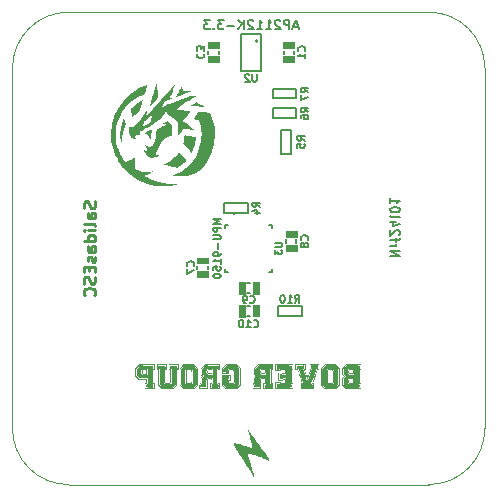
<source format=gbr>
%TF.GenerationSoftware,KiCad,Pcbnew,7.0.1*%
%TF.CreationDate,2023-08-30T02:16:58-03:00*%
%TF.ProjectId,PCB_FC_V2,5043425f-4643-45f5-9632-2e6b69636164,rev?*%
%TF.SameCoordinates,Original*%
%TF.FileFunction,Legend,Bot*%
%TF.FilePolarity,Positive*%
%FSLAX46Y46*%
G04 Gerber Fmt 4.6, Leading zero omitted, Abs format (unit mm)*
G04 Created by KiCad (PCBNEW 7.0.1) date 2023-08-30 02:16:58*
%MOMM*%
%LPD*%
G01*
G04 APERTURE LIST*
%ADD10C,0.150000*%
%ADD11C,0.175000*%
%ADD12C,0.250000*%
%ADD13C,0.127000*%
%ADD14C,0.010000*%
%ADD15C,0.200000*%
%TA.AperFunction,Profile*%
%ADD16C,0.100000*%
%TD*%
G04 APERTURE END LIST*
D10*
X139477571Y-90142857D02*
X139963285Y-90142857D01*
X139963285Y-90142857D02*
X140020428Y-90171428D01*
X140020428Y-90171428D02*
X140049000Y-90200000D01*
X140049000Y-90200000D02*
X140077571Y-90257142D01*
X140077571Y-90257142D02*
X140077571Y-90371428D01*
X140077571Y-90371428D02*
X140049000Y-90428571D01*
X140049000Y-90428571D02*
X140020428Y-90457142D01*
X140020428Y-90457142D02*
X139963285Y-90485714D01*
X139963285Y-90485714D02*
X139477571Y-90485714D01*
X139477571Y-90714285D02*
X139477571Y-91085713D01*
X139477571Y-91085713D02*
X139706142Y-90885713D01*
X139706142Y-90885713D02*
X139706142Y-90971428D01*
X139706142Y-90971428D02*
X139734714Y-91028571D01*
X139734714Y-91028571D02*
X139763285Y-91057142D01*
X139763285Y-91057142D02*
X139820428Y-91085713D01*
X139820428Y-91085713D02*
X139963285Y-91085713D01*
X139963285Y-91085713D02*
X140020428Y-91057142D01*
X140020428Y-91057142D02*
X140049000Y-91028571D01*
X140049000Y-91028571D02*
X140077571Y-90971428D01*
X140077571Y-90971428D02*
X140077571Y-90799999D01*
X140077571Y-90799999D02*
X140049000Y-90742856D01*
X140049000Y-90742856D02*
X140020428Y-90714285D01*
X132914876Y-74115423D02*
X132884400Y-74145899D01*
X132884400Y-74145899D02*
X132853923Y-74237328D01*
X132853923Y-74237328D02*
X132853923Y-74298280D01*
X132853923Y-74298280D02*
X132884400Y-74389709D01*
X132884400Y-74389709D02*
X132945352Y-74450661D01*
X132945352Y-74450661D02*
X133006304Y-74481138D01*
X133006304Y-74481138D02*
X133128209Y-74511614D01*
X133128209Y-74511614D02*
X133219638Y-74511614D01*
X133219638Y-74511614D02*
X133341542Y-74481138D01*
X133341542Y-74481138D02*
X133402495Y-74450661D01*
X133402495Y-74450661D02*
X133463447Y-74389709D01*
X133463447Y-74389709D02*
X133493923Y-74298280D01*
X133493923Y-74298280D02*
X133493923Y-74237328D01*
X133493923Y-74237328D02*
X133463447Y-74145899D01*
X133463447Y-74145899D02*
X133432971Y-74115423D01*
X133493923Y-73902090D02*
X133493923Y-73505899D01*
X133493923Y-73505899D02*
X133250114Y-73719233D01*
X133250114Y-73719233D02*
X133250114Y-73627804D01*
X133250114Y-73627804D02*
X133219638Y-73566852D01*
X133219638Y-73566852D02*
X133189161Y-73536376D01*
X133189161Y-73536376D02*
X133128209Y-73505899D01*
X133128209Y-73505899D02*
X132975828Y-73505899D01*
X132975828Y-73505899D02*
X132914876Y-73536376D01*
X132914876Y-73536376D02*
X132884400Y-73566852D01*
X132884400Y-73566852D02*
X132853923Y-73627804D01*
X132853923Y-73627804D02*
X132853923Y-73810661D01*
X132853923Y-73810661D02*
X132884400Y-73871614D01*
X132884400Y-73871614D02*
X132914876Y-73902090D01*
D11*
X149229904Y-91266851D02*
X150029904Y-91266851D01*
X150029904Y-91266851D02*
X149229904Y-90809708D01*
X149229904Y-90809708D02*
X150029904Y-90809708D01*
X149229904Y-90428756D02*
X149763238Y-90428756D01*
X149610857Y-90428756D02*
X149687047Y-90390661D01*
X149687047Y-90390661D02*
X149725142Y-90352566D01*
X149725142Y-90352566D02*
X149763238Y-90276375D01*
X149763238Y-90276375D02*
X149763238Y-90200185D01*
X149763238Y-90047804D02*
X149763238Y-89743042D01*
X149229904Y-89933518D02*
X149915619Y-89933518D01*
X149915619Y-89933518D02*
X149991809Y-89895423D01*
X149991809Y-89895423D02*
X150029904Y-89819233D01*
X150029904Y-89819233D02*
X150029904Y-89743042D01*
X149953714Y-89514471D02*
X149991809Y-89476375D01*
X149991809Y-89476375D02*
X150029904Y-89400185D01*
X150029904Y-89400185D02*
X150029904Y-89209709D01*
X150029904Y-89209709D02*
X149991809Y-89133518D01*
X149991809Y-89133518D02*
X149953714Y-89095423D01*
X149953714Y-89095423D02*
X149877523Y-89057328D01*
X149877523Y-89057328D02*
X149801333Y-89057328D01*
X149801333Y-89057328D02*
X149687047Y-89095423D01*
X149687047Y-89095423D02*
X149229904Y-89552566D01*
X149229904Y-89552566D02*
X149229904Y-89057328D01*
X149763238Y-88371613D02*
X149229904Y-88371613D01*
X150068000Y-88562089D02*
X149496571Y-88752566D01*
X149496571Y-88752566D02*
X149496571Y-88257327D01*
X149229904Y-87838280D02*
X149268000Y-87914470D01*
X149268000Y-87914470D02*
X149344190Y-87952565D01*
X149344190Y-87952565D02*
X150029904Y-87952565D01*
X150029904Y-87381136D02*
X150029904Y-87304946D01*
X150029904Y-87304946D02*
X149991809Y-87228755D01*
X149991809Y-87228755D02*
X149953714Y-87190660D01*
X149953714Y-87190660D02*
X149877523Y-87152565D01*
X149877523Y-87152565D02*
X149725142Y-87114470D01*
X149725142Y-87114470D02*
X149534666Y-87114470D01*
X149534666Y-87114470D02*
X149382285Y-87152565D01*
X149382285Y-87152565D02*
X149306095Y-87190660D01*
X149306095Y-87190660D02*
X149268000Y-87228755D01*
X149268000Y-87228755D02*
X149229904Y-87304946D01*
X149229904Y-87304946D02*
X149229904Y-87381136D01*
X149229904Y-87381136D02*
X149268000Y-87457327D01*
X149268000Y-87457327D02*
X149306095Y-87495422D01*
X149306095Y-87495422D02*
X149382285Y-87533517D01*
X149382285Y-87533517D02*
X149534666Y-87571613D01*
X149534666Y-87571613D02*
X149725142Y-87571613D01*
X149725142Y-87571613D02*
X149877523Y-87533517D01*
X149877523Y-87533517D02*
X149953714Y-87495422D01*
X149953714Y-87495422D02*
X149991809Y-87457327D01*
X149991809Y-87457327D02*
X150029904Y-87381136D01*
X149229904Y-86352565D02*
X149229904Y-86809708D01*
X149229904Y-86581136D02*
X150029904Y-86581136D01*
X150029904Y-86581136D02*
X149915619Y-86657327D01*
X149915619Y-86657327D02*
X149839428Y-86733517D01*
X149839428Y-86733517D02*
X149801333Y-86809708D01*
D10*
X137937619Y-75856076D02*
X137937619Y-76374171D01*
X137937619Y-76374171D02*
X137907142Y-76435123D01*
X137907142Y-76435123D02*
X137876666Y-76465600D01*
X137876666Y-76465600D02*
X137815714Y-76496076D01*
X137815714Y-76496076D02*
X137693809Y-76496076D01*
X137693809Y-76496076D02*
X137632857Y-76465600D01*
X137632857Y-76465600D02*
X137602380Y-76435123D01*
X137602380Y-76435123D02*
X137571904Y-76374171D01*
X137571904Y-76374171D02*
X137571904Y-75856076D01*
X137297619Y-75917028D02*
X137267143Y-75886552D01*
X137267143Y-75886552D02*
X137206190Y-75856076D01*
X137206190Y-75856076D02*
X137053809Y-75856076D01*
X137053809Y-75856076D02*
X136992857Y-75886552D01*
X136992857Y-75886552D02*
X136962381Y-75917028D01*
X136962381Y-75917028D02*
X136931904Y-75977980D01*
X136931904Y-75977980D02*
X136931904Y-76038933D01*
X136931904Y-76038933D02*
X136962381Y-76130361D01*
X136962381Y-76130361D02*
X137328095Y-76496076D01*
X137328095Y-76496076D02*
X136931904Y-76496076D01*
D12*
X124230000Y-86640475D02*
X124277619Y-86783332D01*
X124277619Y-86783332D02*
X124277619Y-87021427D01*
X124277619Y-87021427D02*
X124230000Y-87116665D01*
X124230000Y-87116665D02*
X124182380Y-87164284D01*
X124182380Y-87164284D02*
X124087142Y-87211903D01*
X124087142Y-87211903D02*
X123991904Y-87211903D01*
X123991904Y-87211903D02*
X123896666Y-87164284D01*
X123896666Y-87164284D02*
X123849047Y-87116665D01*
X123849047Y-87116665D02*
X123801428Y-87021427D01*
X123801428Y-87021427D02*
X123753809Y-86830951D01*
X123753809Y-86830951D02*
X123706190Y-86735713D01*
X123706190Y-86735713D02*
X123658571Y-86688094D01*
X123658571Y-86688094D02*
X123563333Y-86640475D01*
X123563333Y-86640475D02*
X123468095Y-86640475D01*
X123468095Y-86640475D02*
X123372857Y-86688094D01*
X123372857Y-86688094D02*
X123325238Y-86735713D01*
X123325238Y-86735713D02*
X123277619Y-86830951D01*
X123277619Y-86830951D02*
X123277619Y-87069046D01*
X123277619Y-87069046D02*
X123325238Y-87211903D01*
X124277619Y-88069046D02*
X123753809Y-88069046D01*
X123753809Y-88069046D02*
X123658571Y-88021427D01*
X123658571Y-88021427D02*
X123610952Y-87926189D01*
X123610952Y-87926189D02*
X123610952Y-87735713D01*
X123610952Y-87735713D02*
X123658571Y-87640475D01*
X124230000Y-88069046D02*
X124277619Y-87973808D01*
X124277619Y-87973808D02*
X124277619Y-87735713D01*
X124277619Y-87735713D02*
X124230000Y-87640475D01*
X124230000Y-87640475D02*
X124134761Y-87592856D01*
X124134761Y-87592856D02*
X124039523Y-87592856D01*
X124039523Y-87592856D02*
X123944285Y-87640475D01*
X123944285Y-87640475D02*
X123896666Y-87735713D01*
X123896666Y-87735713D02*
X123896666Y-87973808D01*
X123896666Y-87973808D02*
X123849047Y-88069046D01*
X124277619Y-88688094D02*
X124230000Y-88592856D01*
X124230000Y-88592856D02*
X124134761Y-88545237D01*
X124134761Y-88545237D02*
X123277619Y-88545237D01*
X124277619Y-89069047D02*
X123610952Y-89069047D01*
X123277619Y-89069047D02*
X123325238Y-89021428D01*
X123325238Y-89021428D02*
X123372857Y-89069047D01*
X123372857Y-89069047D02*
X123325238Y-89116666D01*
X123325238Y-89116666D02*
X123277619Y-89069047D01*
X123277619Y-89069047D02*
X123372857Y-89069047D01*
X124277619Y-89973808D02*
X123277619Y-89973808D01*
X124230000Y-89973808D02*
X124277619Y-89878570D01*
X124277619Y-89878570D02*
X124277619Y-89688094D01*
X124277619Y-89688094D02*
X124230000Y-89592856D01*
X124230000Y-89592856D02*
X124182380Y-89545237D01*
X124182380Y-89545237D02*
X124087142Y-89497618D01*
X124087142Y-89497618D02*
X123801428Y-89497618D01*
X123801428Y-89497618D02*
X123706190Y-89545237D01*
X123706190Y-89545237D02*
X123658571Y-89592856D01*
X123658571Y-89592856D02*
X123610952Y-89688094D01*
X123610952Y-89688094D02*
X123610952Y-89878570D01*
X123610952Y-89878570D02*
X123658571Y-89973808D01*
X124277619Y-90878570D02*
X123753809Y-90878570D01*
X123753809Y-90878570D02*
X123658571Y-90830951D01*
X123658571Y-90830951D02*
X123610952Y-90735713D01*
X123610952Y-90735713D02*
X123610952Y-90545237D01*
X123610952Y-90545237D02*
X123658571Y-90449999D01*
X124230000Y-90878570D02*
X124277619Y-90783332D01*
X124277619Y-90783332D02*
X124277619Y-90545237D01*
X124277619Y-90545237D02*
X124230000Y-90449999D01*
X124230000Y-90449999D02*
X124134761Y-90402380D01*
X124134761Y-90402380D02*
X124039523Y-90402380D01*
X124039523Y-90402380D02*
X123944285Y-90449999D01*
X123944285Y-90449999D02*
X123896666Y-90545237D01*
X123896666Y-90545237D02*
X123896666Y-90783332D01*
X123896666Y-90783332D02*
X123849047Y-90878570D01*
X124230000Y-91307142D02*
X124277619Y-91402380D01*
X124277619Y-91402380D02*
X124277619Y-91592856D01*
X124277619Y-91592856D02*
X124230000Y-91688094D01*
X124230000Y-91688094D02*
X124134761Y-91735713D01*
X124134761Y-91735713D02*
X124087142Y-91735713D01*
X124087142Y-91735713D02*
X123991904Y-91688094D01*
X123991904Y-91688094D02*
X123944285Y-91592856D01*
X123944285Y-91592856D02*
X123944285Y-91449999D01*
X123944285Y-91449999D02*
X123896666Y-91354761D01*
X123896666Y-91354761D02*
X123801428Y-91307142D01*
X123801428Y-91307142D02*
X123753809Y-91307142D01*
X123753809Y-91307142D02*
X123658571Y-91354761D01*
X123658571Y-91354761D02*
X123610952Y-91449999D01*
X123610952Y-91449999D02*
X123610952Y-91592856D01*
X123610952Y-91592856D02*
X123658571Y-91688094D01*
X123753809Y-92164285D02*
X123753809Y-92497618D01*
X124277619Y-92640475D02*
X124277619Y-92164285D01*
X124277619Y-92164285D02*
X123277619Y-92164285D01*
X123277619Y-92164285D02*
X123277619Y-92640475D01*
X124230000Y-93021428D02*
X124277619Y-93164285D01*
X124277619Y-93164285D02*
X124277619Y-93402380D01*
X124277619Y-93402380D02*
X124230000Y-93497618D01*
X124230000Y-93497618D02*
X124182380Y-93545237D01*
X124182380Y-93545237D02*
X124087142Y-93592856D01*
X124087142Y-93592856D02*
X123991904Y-93592856D01*
X123991904Y-93592856D02*
X123896666Y-93545237D01*
X123896666Y-93545237D02*
X123849047Y-93497618D01*
X123849047Y-93497618D02*
X123801428Y-93402380D01*
X123801428Y-93402380D02*
X123753809Y-93211904D01*
X123753809Y-93211904D02*
X123706190Y-93116666D01*
X123706190Y-93116666D02*
X123658571Y-93069047D01*
X123658571Y-93069047D02*
X123563333Y-93021428D01*
X123563333Y-93021428D02*
X123468095Y-93021428D01*
X123468095Y-93021428D02*
X123372857Y-93069047D01*
X123372857Y-93069047D02*
X123325238Y-93116666D01*
X123325238Y-93116666D02*
X123277619Y-93211904D01*
X123277619Y-93211904D02*
X123277619Y-93449999D01*
X123277619Y-93449999D02*
X123325238Y-93592856D01*
X124182380Y-94592856D02*
X124230000Y-94545237D01*
X124230000Y-94545237D02*
X124277619Y-94402380D01*
X124277619Y-94402380D02*
X124277619Y-94307142D01*
X124277619Y-94307142D02*
X124230000Y-94164285D01*
X124230000Y-94164285D02*
X124134761Y-94069047D01*
X124134761Y-94069047D02*
X124039523Y-94021428D01*
X124039523Y-94021428D02*
X123849047Y-93973809D01*
X123849047Y-93973809D02*
X123706190Y-93973809D01*
X123706190Y-93973809D02*
X123515714Y-94021428D01*
X123515714Y-94021428D02*
X123420476Y-94069047D01*
X123420476Y-94069047D02*
X123325238Y-94164285D01*
X123325238Y-94164285D02*
X123277619Y-94307142D01*
X123277619Y-94307142D02*
X123277619Y-94402380D01*
X123277619Y-94402380D02*
X123325238Y-94545237D01*
X123325238Y-94545237D02*
X123372857Y-94592856D01*
D10*
X134896076Y-88116189D02*
X134256076Y-88116189D01*
X134256076Y-88116189D02*
X134713219Y-88329523D01*
X134713219Y-88329523D02*
X134256076Y-88542856D01*
X134256076Y-88542856D02*
X134896076Y-88542856D01*
X134896076Y-88847618D02*
X134256076Y-88847618D01*
X134256076Y-88847618D02*
X134256076Y-89091428D01*
X134256076Y-89091428D02*
X134286552Y-89152380D01*
X134286552Y-89152380D02*
X134317028Y-89182857D01*
X134317028Y-89182857D02*
X134377980Y-89213333D01*
X134377980Y-89213333D02*
X134469409Y-89213333D01*
X134469409Y-89213333D02*
X134530361Y-89182857D01*
X134530361Y-89182857D02*
X134560838Y-89152380D01*
X134560838Y-89152380D02*
X134591314Y-89091428D01*
X134591314Y-89091428D02*
X134591314Y-88847618D01*
X134256076Y-89487618D02*
X134774171Y-89487618D01*
X134774171Y-89487618D02*
X134835123Y-89518095D01*
X134835123Y-89518095D02*
X134865600Y-89548571D01*
X134865600Y-89548571D02*
X134896076Y-89609523D01*
X134896076Y-89609523D02*
X134896076Y-89731428D01*
X134896076Y-89731428D02*
X134865600Y-89792380D01*
X134865600Y-89792380D02*
X134835123Y-89822857D01*
X134835123Y-89822857D02*
X134774171Y-89853333D01*
X134774171Y-89853333D02*
X134256076Y-89853333D01*
X134652266Y-90158094D02*
X134652266Y-90645714D01*
X134896076Y-90980952D02*
X134896076Y-91102856D01*
X134896076Y-91102856D02*
X134865600Y-91163809D01*
X134865600Y-91163809D02*
X134835123Y-91194285D01*
X134835123Y-91194285D02*
X134743695Y-91255237D01*
X134743695Y-91255237D02*
X134621790Y-91285714D01*
X134621790Y-91285714D02*
X134377980Y-91285714D01*
X134377980Y-91285714D02*
X134317028Y-91255237D01*
X134317028Y-91255237D02*
X134286552Y-91224761D01*
X134286552Y-91224761D02*
X134256076Y-91163809D01*
X134256076Y-91163809D02*
X134256076Y-91041904D01*
X134256076Y-91041904D02*
X134286552Y-90980952D01*
X134286552Y-90980952D02*
X134317028Y-90950475D01*
X134317028Y-90950475D02*
X134377980Y-90919999D01*
X134377980Y-90919999D02*
X134530361Y-90919999D01*
X134530361Y-90919999D02*
X134591314Y-90950475D01*
X134591314Y-90950475D02*
X134621790Y-90980952D01*
X134621790Y-90980952D02*
X134652266Y-91041904D01*
X134652266Y-91041904D02*
X134652266Y-91163809D01*
X134652266Y-91163809D02*
X134621790Y-91224761D01*
X134621790Y-91224761D02*
X134591314Y-91255237D01*
X134591314Y-91255237D02*
X134530361Y-91285714D01*
X134896076Y-91895238D02*
X134896076Y-91529523D01*
X134896076Y-91712380D02*
X134256076Y-91712380D01*
X134256076Y-91712380D02*
X134347504Y-91651428D01*
X134347504Y-91651428D02*
X134408457Y-91590476D01*
X134408457Y-91590476D02*
X134438933Y-91529523D01*
X134256076Y-92474285D02*
X134256076Y-92169523D01*
X134256076Y-92169523D02*
X134560838Y-92139047D01*
X134560838Y-92139047D02*
X134530361Y-92169523D01*
X134530361Y-92169523D02*
X134499885Y-92230476D01*
X134499885Y-92230476D02*
X134499885Y-92382857D01*
X134499885Y-92382857D02*
X134530361Y-92443809D01*
X134530361Y-92443809D02*
X134560838Y-92474285D01*
X134560838Y-92474285D02*
X134621790Y-92504762D01*
X134621790Y-92504762D02*
X134774171Y-92504762D01*
X134774171Y-92504762D02*
X134835123Y-92474285D01*
X134835123Y-92474285D02*
X134865600Y-92443809D01*
X134865600Y-92443809D02*
X134896076Y-92382857D01*
X134896076Y-92382857D02*
X134896076Y-92230476D01*
X134896076Y-92230476D02*
X134865600Y-92169523D01*
X134865600Y-92169523D02*
X134835123Y-92139047D01*
X134256076Y-92900952D02*
X134256076Y-92961905D01*
X134256076Y-92961905D02*
X134286552Y-93022857D01*
X134286552Y-93022857D02*
X134317028Y-93053333D01*
X134317028Y-93053333D02*
X134377980Y-93083809D01*
X134377980Y-93083809D02*
X134499885Y-93114286D01*
X134499885Y-93114286D02*
X134652266Y-93114286D01*
X134652266Y-93114286D02*
X134774171Y-93083809D01*
X134774171Y-93083809D02*
X134835123Y-93053333D01*
X134835123Y-93053333D02*
X134865600Y-93022857D01*
X134865600Y-93022857D02*
X134896076Y-92961905D01*
X134896076Y-92961905D02*
X134896076Y-92900952D01*
X134896076Y-92900952D02*
X134865600Y-92840000D01*
X134865600Y-92840000D02*
X134835123Y-92809524D01*
X134835123Y-92809524D02*
X134774171Y-92779047D01*
X134774171Y-92779047D02*
X134652266Y-92748571D01*
X134652266Y-92748571D02*
X134499885Y-92748571D01*
X134499885Y-92748571D02*
X134377980Y-92779047D01*
X134377980Y-92779047D02*
X134317028Y-92809524D01*
X134317028Y-92809524D02*
X134286552Y-92840000D01*
X134286552Y-92840000D02*
X134256076Y-92900952D01*
X141419315Y-71841788D02*
X141037650Y-71841788D01*
X141495648Y-72070787D02*
X141228482Y-71269291D01*
X141228482Y-71269291D02*
X140961317Y-72070787D01*
X140694151Y-72070787D02*
X140694151Y-71269291D01*
X140694151Y-71269291D02*
X140388819Y-71269291D01*
X140388819Y-71269291D02*
X140312486Y-71307457D01*
X140312486Y-71307457D02*
X140274320Y-71345624D01*
X140274320Y-71345624D02*
X140236153Y-71421957D01*
X140236153Y-71421957D02*
X140236153Y-71536456D01*
X140236153Y-71536456D02*
X140274320Y-71612789D01*
X140274320Y-71612789D02*
X140312486Y-71650956D01*
X140312486Y-71650956D02*
X140388819Y-71689122D01*
X140388819Y-71689122D02*
X140694151Y-71689122D01*
X139930822Y-71345624D02*
X139892655Y-71307457D01*
X139892655Y-71307457D02*
X139816322Y-71269291D01*
X139816322Y-71269291D02*
X139625490Y-71269291D01*
X139625490Y-71269291D02*
X139549157Y-71307457D01*
X139549157Y-71307457D02*
X139510990Y-71345624D01*
X139510990Y-71345624D02*
X139472824Y-71421957D01*
X139472824Y-71421957D02*
X139472824Y-71498290D01*
X139472824Y-71498290D02*
X139510990Y-71612789D01*
X139510990Y-71612789D02*
X139968988Y-72070787D01*
X139968988Y-72070787D02*
X139472824Y-72070787D01*
X138709494Y-72070787D02*
X139167492Y-72070787D01*
X138938493Y-72070787D02*
X138938493Y-71269291D01*
X138938493Y-71269291D02*
X139014826Y-71383790D01*
X139014826Y-71383790D02*
X139091159Y-71460123D01*
X139091159Y-71460123D02*
X139167492Y-71498290D01*
X137946164Y-72070787D02*
X138404162Y-72070787D01*
X138175163Y-72070787D02*
X138175163Y-71269291D01*
X138175163Y-71269291D02*
X138251496Y-71383790D01*
X138251496Y-71383790D02*
X138327829Y-71460123D01*
X138327829Y-71460123D02*
X138404162Y-71498290D01*
X137640832Y-71345624D02*
X137602665Y-71307457D01*
X137602665Y-71307457D02*
X137526332Y-71269291D01*
X137526332Y-71269291D02*
X137335500Y-71269291D01*
X137335500Y-71269291D02*
X137259167Y-71307457D01*
X137259167Y-71307457D02*
X137221000Y-71345624D01*
X137221000Y-71345624D02*
X137182834Y-71421957D01*
X137182834Y-71421957D02*
X137182834Y-71498290D01*
X137182834Y-71498290D02*
X137221000Y-71612789D01*
X137221000Y-71612789D02*
X137678998Y-72070787D01*
X137678998Y-72070787D02*
X137182834Y-72070787D01*
X136839335Y-72070787D02*
X136839335Y-71269291D01*
X136381337Y-72070787D02*
X136724836Y-71612789D01*
X136381337Y-71269291D02*
X136839335Y-71727289D01*
X136037839Y-71765455D02*
X135427176Y-71765455D01*
X135121844Y-71269291D02*
X134625680Y-71269291D01*
X134625680Y-71269291D02*
X134892845Y-71574623D01*
X134892845Y-71574623D02*
X134778346Y-71574623D01*
X134778346Y-71574623D02*
X134702013Y-71612789D01*
X134702013Y-71612789D02*
X134663846Y-71650956D01*
X134663846Y-71650956D02*
X134625680Y-71727289D01*
X134625680Y-71727289D02*
X134625680Y-71918121D01*
X134625680Y-71918121D02*
X134663846Y-71994454D01*
X134663846Y-71994454D02*
X134702013Y-72032621D01*
X134702013Y-72032621D02*
X134778346Y-72070787D01*
X134778346Y-72070787D02*
X135007345Y-72070787D01*
X135007345Y-72070787D02*
X135083678Y-72032621D01*
X135083678Y-72032621D02*
X135121844Y-71994454D01*
X134282181Y-71994454D02*
X134244015Y-72032621D01*
X134244015Y-72032621D02*
X134282181Y-72070787D01*
X134282181Y-72070787D02*
X134320348Y-72032621D01*
X134320348Y-72032621D02*
X134282181Y-71994454D01*
X134282181Y-71994454D02*
X134282181Y-72070787D01*
X133976849Y-71269291D02*
X133480685Y-71269291D01*
X133480685Y-71269291D02*
X133747850Y-71574623D01*
X133747850Y-71574623D02*
X133633351Y-71574623D01*
X133633351Y-71574623D02*
X133557018Y-71612789D01*
X133557018Y-71612789D02*
X133518851Y-71650956D01*
X133518851Y-71650956D02*
X133480685Y-71727289D01*
X133480685Y-71727289D02*
X133480685Y-71918121D01*
X133480685Y-71918121D02*
X133518851Y-71994454D01*
X133518851Y-71994454D02*
X133557018Y-72032621D01*
X133557018Y-72032621D02*
X133633351Y-72070787D01*
X133633351Y-72070787D02*
X133862350Y-72070787D01*
X133862350Y-72070787D02*
X133938683Y-72032621D01*
X133938683Y-72032621D02*
X133976849Y-71994454D01*
%TO.C,R5*%
X141996076Y-81493333D02*
X141691314Y-81279999D01*
X141996076Y-81127618D02*
X141356076Y-81127618D01*
X141356076Y-81127618D02*
X141356076Y-81371428D01*
X141356076Y-81371428D02*
X141386552Y-81432380D01*
X141386552Y-81432380D02*
X141417028Y-81462857D01*
X141417028Y-81462857D02*
X141477980Y-81493333D01*
X141477980Y-81493333D02*
X141569409Y-81493333D01*
X141569409Y-81493333D02*
X141630361Y-81462857D01*
X141630361Y-81462857D02*
X141660838Y-81432380D01*
X141660838Y-81432380D02*
X141691314Y-81371428D01*
X141691314Y-81371428D02*
X141691314Y-81127618D01*
X141356076Y-82072380D02*
X141356076Y-81767618D01*
X141356076Y-81767618D02*
X141660838Y-81737142D01*
X141660838Y-81737142D02*
X141630361Y-81767618D01*
X141630361Y-81767618D02*
X141599885Y-81828571D01*
X141599885Y-81828571D02*
X141599885Y-81980952D01*
X141599885Y-81980952D02*
X141630361Y-82041904D01*
X141630361Y-82041904D02*
X141660838Y-82072380D01*
X141660838Y-82072380D02*
X141721790Y-82102857D01*
X141721790Y-82102857D02*
X141874171Y-82102857D01*
X141874171Y-82102857D02*
X141935123Y-82072380D01*
X141935123Y-82072380D02*
X141965600Y-82041904D01*
X141965600Y-82041904D02*
X141996076Y-81980952D01*
X141996076Y-81980952D02*
X141996076Y-81828571D01*
X141996076Y-81828571D02*
X141965600Y-81767618D01*
X141965600Y-81767618D02*
X141935123Y-81737142D01*
%TO.C,R10*%
X141161428Y-95196076D02*
X141374762Y-94891314D01*
X141527143Y-95196076D02*
X141527143Y-94556076D01*
X141527143Y-94556076D02*
X141283333Y-94556076D01*
X141283333Y-94556076D02*
X141222381Y-94586552D01*
X141222381Y-94586552D02*
X141191904Y-94617028D01*
X141191904Y-94617028D02*
X141161428Y-94677980D01*
X141161428Y-94677980D02*
X141161428Y-94769409D01*
X141161428Y-94769409D02*
X141191904Y-94830361D01*
X141191904Y-94830361D02*
X141222381Y-94860838D01*
X141222381Y-94860838D02*
X141283333Y-94891314D01*
X141283333Y-94891314D02*
X141527143Y-94891314D01*
X140551904Y-95196076D02*
X140917619Y-95196076D01*
X140734762Y-95196076D02*
X140734762Y-94556076D01*
X140734762Y-94556076D02*
X140795714Y-94647504D01*
X140795714Y-94647504D02*
X140856666Y-94708457D01*
X140856666Y-94708457D02*
X140917619Y-94738933D01*
X140155714Y-94556076D02*
X140094761Y-94556076D01*
X140094761Y-94556076D02*
X140033809Y-94586552D01*
X140033809Y-94586552D02*
X140003333Y-94617028D01*
X140003333Y-94617028D02*
X139972857Y-94677980D01*
X139972857Y-94677980D02*
X139942380Y-94799885D01*
X139942380Y-94799885D02*
X139942380Y-94952266D01*
X139942380Y-94952266D02*
X139972857Y-95074171D01*
X139972857Y-95074171D02*
X140003333Y-95135123D01*
X140003333Y-95135123D02*
X140033809Y-95165600D01*
X140033809Y-95165600D02*
X140094761Y-95196076D01*
X140094761Y-95196076D02*
X140155714Y-95196076D01*
X140155714Y-95196076D02*
X140216666Y-95165600D01*
X140216666Y-95165600D02*
X140247142Y-95135123D01*
X140247142Y-95135123D02*
X140277619Y-95074171D01*
X140277619Y-95074171D02*
X140308095Y-94952266D01*
X140308095Y-94952266D02*
X140308095Y-94799885D01*
X140308095Y-94799885D02*
X140277619Y-94677980D01*
X140277619Y-94677980D02*
X140247142Y-94617028D01*
X140247142Y-94617028D02*
X140216666Y-94586552D01*
X140216666Y-94586552D02*
X140155714Y-94556076D01*
%TO.C,C10*%
X137661428Y-97235123D02*
X137691904Y-97265600D01*
X137691904Y-97265600D02*
X137783333Y-97296076D01*
X137783333Y-97296076D02*
X137844285Y-97296076D01*
X137844285Y-97296076D02*
X137935714Y-97265600D01*
X137935714Y-97265600D02*
X137996666Y-97204647D01*
X137996666Y-97204647D02*
X138027143Y-97143695D01*
X138027143Y-97143695D02*
X138057619Y-97021790D01*
X138057619Y-97021790D02*
X138057619Y-96930361D01*
X138057619Y-96930361D02*
X138027143Y-96808457D01*
X138027143Y-96808457D02*
X137996666Y-96747504D01*
X137996666Y-96747504D02*
X137935714Y-96686552D01*
X137935714Y-96686552D02*
X137844285Y-96656076D01*
X137844285Y-96656076D02*
X137783333Y-96656076D01*
X137783333Y-96656076D02*
X137691904Y-96686552D01*
X137691904Y-96686552D02*
X137661428Y-96717028D01*
X137051904Y-97296076D02*
X137417619Y-97296076D01*
X137234762Y-97296076D02*
X137234762Y-96656076D01*
X137234762Y-96656076D02*
X137295714Y-96747504D01*
X137295714Y-96747504D02*
X137356666Y-96808457D01*
X137356666Y-96808457D02*
X137417619Y-96838933D01*
X136655714Y-96656076D02*
X136594761Y-96656076D01*
X136594761Y-96656076D02*
X136533809Y-96686552D01*
X136533809Y-96686552D02*
X136503333Y-96717028D01*
X136503333Y-96717028D02*
X136472857Y-96777980D01*
X136472857Y-96777980D02*
X136442380Y-96899885D01*
X136442380Y-96899885D02*
X136442380Y-97052266D01*
X136442380Y-97052266D02*
X136472857Y-97174171D01*
X136472857Y-97174171D02*
X136503333Y-97235123D01*
X136503333Y-97235123D02*
X136533809Y-97265600D01*
X136533809Y-97265600D02*
X136594761Y-97296076D01*
X136594761Y-97296076D02*
X136655714Y-97296076D01*
X136655714Y-97296076D02*
X136716666Y-97265600D01*
X136716666Y-97265600D02*
X136747142Y-97235123D01*
X136747142Y-97235123D02*
X136777619Y-97174171D01*
X136777619Y-97174171D02*
X136808095Y-97052266D01*
X136808095Y-97052266D02*
X136808095Y-96899885D01*
X136808095Y-96899885D02*
X136777619Y-96777980D01*
X136777619Y-96777980D02*
X136747142Y-96717028D01*
X136747142Y-96717028D02*
X136716666Y-96686552D01*
X136716666Y-96686552D02*
X136655714Y-96656076D01*
%TO.C,R7*%
X142296076Y-77412090D02*
X141991314Y-77198756D01*
X142296076Y-77046375D02*
X141656076Y-77046375D01*
X141656076Y-77046375D02*
X141656076Y-77290185D01*
X141656076Y-77290185D02*
X141686552Y-77351137D01*
X141686552Y-77351137D02*
X141717028Y-77381614D01*
X141717028Y-77381614D02*
X141777980Y-77412090D01*
X141777980Y-77412090D02*
X141869409Y-77412090D01*
X141869409Y-77412090D02*
X141930361Y-77381614D01*
X141930361Y-77381614D02*
X141960838Y-77351137D01*
X141960838Y-77351137D02*
X141991314Y-77290185D01*
X141991314Y-77290185D02*
X141991314Y-77046375D01*
X141656076Y-77625423D02*
X141656076Y-78052090D01*
X141656076Y-78052090D02*
X142296076Y-77777804D01*
%TO.C,C9*%
X137356666Y-95185123D02*
X137387142Y-95215600D01*
X137387142Y-95215600D02*
X137478571Y-95246076D01*
X137478571Y-95246076D02*
X137539523Y-95246076D01*
X137539523Y-95246076D02*
X137630952Y-95215600D01*
X137630952Y-95215600D02*
X137691904Y-95154647D01*
X137691904Y-95154647D02*
X137722381Y-95093695D01*
X137722381Y-95093695D02*
X137752857Y-94971790D01*
X137752857Y-94971790D02*
X137752857Y-94880361D01*
X137752857Y-94880361D02*
X137722381Y-94758457D01*
X137722381Y-94758457D02*
X137691904Y-94697504D01*
X137691904Y-94697504D02*
X137630952Y-94636552D01*
X137630952Y-94636552D02*
X137539523Y-94606076D01*
X137539523Y-94606076D02*
X137478571Y-94606076D01*
X137478571Y-94606076D02*
X137387142Y-94636552D01*
X137387142Y-94636552D02*
X137356666Y-94667028D01*
X137051904Y-95246076D02*
X136930000Y-95246076D01*
X136930000Y-95246076D02*
X136869047Y-95215600D01*
X136869047Y-95215600D02*
X136838571Y-95185123D01*
X136838571Y-95185123D02*
X136777619Y-95093695D01*
X136777619Y-95093695D02*
X136747142Y-94971790D01*
X136747142Y-94971790D02*
X136747142Y-94727980D01*
X136747142Y-94727980D02*
X136777619Y-94667028D01*
X136777619Y-94667028D02*
X136808095Y-94636552D01*
X136808095Y-94636552D02*
X136869047Y-94606076D01*
X136869047Y-94606076D02*
X136990952Y-94606076D01*
X136990952Y-94606076D02*
X137051904Y-94636552D01*
X137051904Y-94636552D02*
X137082381Y-94667028D01*
X137082381Y-94667028D02*
X137112857Y-94727980D01*
X137112857Y-94727980D02*
X137112857Y-94880361D01*
X137112857Y-94880361D02*
X137082381Y-94941314D01*
X137082381Y-94941314D02*
X137051904Y-94971790D01*
X137051904Y-94971790D02*
X136990952Y-95002266D01*
X136990952Y-95002266D02*
X136869047Y-95002266D01*
X136869047Y-95002266D02*
X136808095Y-94971790D01*
X136808095Y-94971790D02*
X136777619Y-94941314D01*
X136777619Y-94941314D02*
X136747142Y-94880361D01*
%TO.C,C7*%
X132585123Y-92112090D02*
X132615600Y-92081614D01*
X132615600Y-92081614D02*
X132646076Y-91990185D01*
X132646076Y-91990185D02*
X132646076Y-91929233D01*
X132646076Y-91929233D02*
X132615600Y-91837804D01*
X132615600Y-91837804D02*
X132554647Y-91776852D01*
X132554647Y-91776852D02*
X132493695Y-91746375D01*
X132493695Y-91746375D02*
X132371790Y-91715899D01*
X132371790Y-91715899D02*
X132280361Y-91715899D01*
X132280361Y-91715899D02*
X132158457Y-91746375D01*
X132158457Y-91746375D02*
X132097504Y-91776852D01*
X132097504Y-91776852D02*
X132036552Y-91837804D01*
X132036552Y-91837804D02*
X132006076Y-91929233D01*
X132006076Y-91929233D02*
X132006076Y-91990185D01*
X132006076Y-91990185D02*
X132036552Y-92081614D01*
X132036552Y-92081614D02*
X132067028Y-92112090D01*
X132006076Y-92325423D02*
X132006076Y-92752090D01*
X132006076Y-92752090D02*
X132646076Y-92477804D01*
%TO.C,R4*%
X138196076Y-87093333D02*
X137891314Y-86879999D01*
X138196076Y-86727618D02*
X137556076Y-86727618D01*
X137556076Y-86727618D02*
X137556076Y-86971428D01*
X137556076Y-86971428D02*
X137586552Y-87032380D01*
X137586552Y-87032380D02*
X137617028Y-87062857D01*
X137617028Y-87062857D02*
X137677980Y-87093333D01*
X137677980Y-87093333D02*
X137769409Y-87093333D01*
X137769409Y-87093333D02*
X137830361Y-87062857D01*
X137830361Y-87062857D02*
X137860838Y-87032380D01*
X137860838Y-87032380D02*
X137891314Y-86971428D01*
X137891314Y-86971428D02*
X137891314Y-86727618D01*
X137769409Y-87641904D02*
X138196076Y-87641904D01*
X137525600Y-87489523D02*
X137982742Y-87337142D01*
X137982742Y-87337142D02*
X137982742Y-87733333D01*
%TO.C,C1*%
X141985123Y-73902090D02*
X142015600Y-73871614D01*
X142015600Y-73871614D02*
X142046076Y-73780185D01*
X142046076Y-73780185D02*
X142046076Y-73719233D01*
X142046076Y-73719233D02*
X142015600Y-73627804D01*
X142015600Y-73627804D02*
X141954647Y-73566852D01*
X141954647Y-73566852D02*
X141893695Y-73536375D01*
X141893695Y-73536375D02*
X141771790Y-73505899D01*
X141771790Y-73505899D02*
X141680361Y-73505899D01*
X141680361Y-73505899D02*
X141558457Y-73536375D01*
X141558457Y-73536375D02*
X141497504Y-73566852D01*
X141497504Y-73566852D02*
X141436552Y-73627804D01*
X141436552Y-73627804D02*
X141406076Y-73719233D01*
X141406076Y-73719233D02*
X141406076Y-73780185D01*
X141406076Y-73780185D02*
X141436552Y-73871614D01*
X141436552Y-73871614D02*
X141467028Y-73902090D01*
X142046076Y-74511614D02*
X142046076Y-74145899D01*
X142046076Y-74328756D02*
X141406076Y-74328756D01*
X141406076Y-74328756D02*
X141497504Y-74267804D01*
X141497504Y-74267804D02*
X141558457Y-74206852D01*
X141558457Y-74206852D02*
X141588933Y-74145899D01*
%TO.C,C8*%
X142235123Y-89902090D02*
X142265600Y-89871614D01*
X142265600Y-89871614D02*
X142296076Y-89780185D01*
X142296076Y-89780185D02*
X142296076Y-89719233D01*
X142296076Y-89719233D02*
X142265600Y-89627804D01*
X142265600Y-89627804D02*
X142204647Y-89566852D01*
X142204647Y-89566852D02*
X142143695Y-89536375D01*
X142143695Y-89536375D02*
X142021790Y-89505899D01*
X142021790Y-89505899D02*
X141930361Y-89505899D01*
X141930361Y-89505899D02*
X141808457Y-89536375D01*
X141808457Y-89536375D02*
X141747504Y-89566852D01*
X141747504Y-89566852D02*
X141686552Y-89627804D01*
X141686552Y-89627804D02*
X141656076Y-89719233D01*
X141656076Y-89719233D02*
X141656076Y-89780185D01*
X141656076Y-89780185D02*
X141686552Y-89871614D01*
X141686552Y-89871614D02*
X141717028Y-89902090D01*
X141930361Y-90267804D02*
X141899885Y-90206852D01*
X141899885Y-90206852D02*
X141869409Y-90176375D01*
X141869409Y-90176375D02*
X141808457Y-90145899D01*
X141808457Y-90145899D02*
X141777980Y-90145899D01*
X141777980Y-90145899D02*
X141717028Y-90176375D01*
X141717028Y-90176375D02*
X141686552Y-90206852D01*
X141686552Y-90206852D02*
X141656076Y-90267804D01*
X141656076Y-90267804D02*
X141656076Y-90389709D01*
X141656076Y-90389709D02*
X141686552Y-90450661D01*
X141686552Y-90450661D02*
X141717028Y-90481137D01*
X141717028Y-90481137D02*
X141777980Y-90511614D01*
X141777980Y-90511614D02*
X141808457Y-90511614D01*
X141808457Y-90511614D02*
X141869409Y-90481137D01*
X141869409Y-90481137D02*
X141899885Y-90450661D01*
X141899885Y-90450661D02*
X141930361Y-90389709D01*
X141930361Y-90389709D02*
X141930361Y-90267804D01*
X141930361Y-90267804D02*
X141960838Y-90206852D01*
X141960838Y-90206852D02*
X141991314Y-90176375D01*
X141991314Y-90176375D02*
X142052266Y-90145899D01*
X142052266Y-90145899D02*
X142174171Y-90145899D01*
X142174171Y-90145899D02*
X142235123Y-90176375D01*
X142235123Y-90176375D02*
X142265600Y-90206852D01*
X142265600Y-90206852D02*
X142296076Y-90267804D01*
X142296076Y-90267804D02*
X142296076Y-90389709D01*
X142296076Y-90389709D02*
X142265600Y-90450661D01*
X142265600Y-90450661D02*
X142235123Y-90481137D01*
X142235123Y-90481137D02*
X142174171Y-90511614D01*
X142174171Y-90511614D02*
X142052266Y-90511614D01*
X142052266Y-90511614D02*
X141991314Y-90481137D01*
X141991314Y-90481137D02*
X141960838Y-90450661D01*
X141960838Y-90450661D02*
X141930361Y-90389709D01*
%TO.C,R6*%
X142296076Y-79062090D02*
X141991314Y-78848756D01*
X142296076Y-78696375D02*
X141656076Y-78696375D01*
X141656076Y-78696375D02*
X141656076Y-78940185D01*
X141656076Y-78940185D02*
X141686552Y-79001137D01*
X141686552Y-79001137D02*
X141717028Y-79031614D01*
X141717028Y-79031614D02*
X141777980Y-79062090D01*
X141777980Y-79062090D02*
X141869409Y-79062090D01*
X141869409Y-79062090D02*
X141930361Y-79031614D01*
X141930361Y-79031614D02*
X141960838Y-79001137D01*
X141960838Y-79001137D02*
X141991314Y-78940185D01*
X141991314Y-78940185D02*
X141991314Y-78696375D01*
X141656076Y-79610661D02*
X141656076Y-79488756D01*
X141656076Y-79488756D02*
X141686552Y-79427804D01*
X141686552Y-79427804D02*
X141717028Y-79397328D01*
X141717028Y-79397328D02*
X141808457Y-79336375D01*
X141808457Y-79336375D02*
X141930361Y-79305899D01*
X141930361Y-79305899D02*
X142174171Y-79305899D01*
X142174171Y-79305899D02*
X142235123Y-79336375D01*
X142235123Y-79336375D02*
X142265600Y-79366852D01*
X142265600Y-79366852D02*
X142296076Y-79427804D01*
X142296076Y-79427804D02*
X142296076Y-79549709D01*
X142296076Y-79549709D02*
X142265600Y-79610661D01*
X142265600Y-79610661D02*
X142235123Y-79641137D01*
X142235123Y-79641137D02*
X142174171Y-79671614D01*
X142174171Y-79671614D02*
X142021790Y-79671614D01*
X142021790Y-79671614D02*
X141960838Y-79641137D01*
X141960838Y-79641137D02*
X141930361Y-79610661D01*
X141930361Y-79610661D02*
X141899885Y-79549709D01*
X141899885Y-79549709D02*
X141899885Y-79427804D01*
X141899885Y-79427804D02*
X141930361Y-79366852D01*
X141930361Y-79366852D02*
X141960838Y-79336375D01*
X141960838Y-79336375D02*
X142021790Y-79305899D01*
D13*
%TO.C,R5*%
X140000000Y-82600000D02*
X140000000Y-80600000D01*
X140800000Y-82600000D02*
X140000000Y-82600000D01*
X140800000Y-82600000D02*
X140800000Y-80600000D01*
X140000000Y-81680000D02*
X140000000Y-81520000D01*
X140800000Y-81680000D02*
X140800000Y-81520000D01*
X140800000Y-80600000D02*
X140000000Y-80600000D01*
%TO.C,R10*%
X141750000Y-96308757D02*
X139750000Y-96308757D01*
X141750000Y-95508757D02*
X141750000Y-96308757D01*
X141750000Y-95508757D02*
X139750000Y-95508757D01*
X140830000Y-96308757D02*
X140670000Y-96308757D01*
X140830000Y-95508757D02*
X140670000Y-95508757D01*
X139750000Y-95508757D02*
X139750000Y-96308757D01*
%TO.C,C10*%
X137400000Y-96358757D02*
X137100000Y-96358757D01*
X137400000Y-95458757D02*
X137100000Y-95458757D01*
D14*
X138088606Y-96378886D02*
X137588100Y-96378886D01*
X137588100Y-95428657D01*
X138088606Y-95428657D01*
X138088606Y-96378886D01*
G36*
X138088606Y-96378886D02*
G01*
X137588100Y-96378886D01*
X137588100Y-95428657D01*
X138088606Y-95428657D01*
X138088606Y-96378886D01*
G37*
X136919119Y-96379626D02*
X136419700Y-96379626D01*
X136419700Y-95428657D01*
X136919119Y-95428657D01*
X136919119Y-96379626D01*
G36*
X136919119Y-96379626D02*
G01*
X136419700Y-96379626D01*
X136419700Y-95428657D01*
X136919119Y-95428657D01*
X136919119Y-96379626D01*
G37*
D13*
%TO.C,R7*%
X141300000Y-77918757D02*
X139300000Y-77918757D01*
X141300000Y-77118757D02*
X141300000Y-77918757D01*
X141300000Y-77118757D02*
X139300000Y-77118757D01*
X140380000Y-77918757D02*
X140220000Y-77918757D01*
X140380000Y-77118757D02*
X140220000Y-77118757D01*
X139300000Y-77118757D02*
X139300000Y-77918757D01*
%TO.C,C9*%
X137400000Y-94418757D02*
X137100000Y-94418757D01*
X137400000Y-93518757D02*
X137100000Y-93518757D01*
D14*
X138088606Y-94438886D02*
X137588100Y-94438886D01*
X137588100Y-93488657D01*
X138088606Y-93488657D01*
X138088606Y-94438886D01*
G36*
X138088606Y-94438886D02*
G01*
X137588100Y-94438886D01*
X137588100Y-93488657D01*
X138088606Y-93488657D01*
X138088606Y-94438886D01*
G37*
X136919119Y-94439626D02*
X136419700Y-94439626D01*
X136419700Y-93488657D01*
X136919119Y-93488657D01*
X136919119Y-94439626D01*
G36*
X136919119Y-94439626D02*
G01*
X136419700Y-94439626D01*
X136419700Y-93488657D01*
X136919119Y-93488657D01*
X136919119Y-94439626D01*
G37*
D13*
%TO.C,C7*%
X132890000Y-92368757D02*
X132890000Y-92068757D01*
X133790000Y-92368757D02*
X133790000Y-92068757D01*
D14*
X133820100Y-93057363D02*
X132869871Y-93057363D01*
X132869871Y-92556857D01*
X133820100Y-92556857D01*
X133820100Y-93057363D01*
G36*
X133820100Y-93057363D02*
G01*
X132869871Y-93057363D01*
X132869871Y-92556857D01*
X133820100Y-92556857D01*
X133820100Y-93057363D01*
G37*
X133820100Y-91887876D02*
X132869131Y-91887876D01*
X132869131Y-91388457D01*
X133820100Y-91388457D01*
X133820100Y-91887876D01*
G36*
X133820100Y-91887876D02*
G01*
X132869131Y-91887876D01*
X132869131Y-91388457D01*
X133820100Y-91388457D01*
X133820100Y-91887876D01*
G37*
D13*
%TO.C,R4*%
X137200000Y-87600000D02*
X135200000Y-87600000D01*
X137200000Y-86800000D02*
X137200000Y-87600000D01*
X137200000Y-86800000D02*
X135200000Y-86800000D01*
X136280000Y-87600000D02*
X136120000Y-87600000D01*
X136280000Y-86800000D02*
X136120000Y-86800000D01*
X135200000Y-86800000D02*
X135200000Y-87600000D01*
%TO.C,C1*%
X140200000Y-74158757D02*
X140200000Y-73858757D01*
X141100000Y-74158757D02*
X141100000Y-73858757D01*
D14*
X141130100Y-74847363D02*
X140179871Y-74847363D01*
X140179871Y-74346857D01*
X141130100Y-74346857D01*
X141130100Y-74847363D01*
G36*
X141130100Y-74847363D02*
G01*
X140179871Y-74847363D01*
X140179871Y-74346857D01*
X141130100Y-74346857D01*
X141130100Y-74847363D01*
G37*
X141130100Y-73677876D02*
X140179131Y-73677876D01*
X140179131Y-73178457D01*
X141130100Y-73178457D01*
X141130100Y-73677876D01*
G36*
X141130100Y-73677876D02*
G01*
X140179131Y-73677876D01*
X140179131Y-73178457D01*
X141130100Y-73178457D01*
X141130100Y-73677876D01*
G37*
D13*
%TO.C,C3*%
X133800000Y-74158757D02*
X133800000Y-73858757D01*
X134700000Y-74158757D02*
X134700000Y-73858757D01*
D14*
X134730100Y-74847363D02*
X133779871Y-74847363D01*
X133779871Y-74346857D01*
X134730100Y-74346857D01*
X134730100Y-74847363D01*
G36*
X134730100Y-74847363D02*
G01*
X133779871Y-74847363D01*
X133779871Y-74346857D01*
X134730100Y-74346857D01*
X134730100Y-74847363D01*
G37*
X134730100Y-73677876D02*
X133779131Y-73677876D01*
X133779131Y-73178457D01*
X134730100Y-73178457D01*
X134730100Y-73677876D01*
G36*
X134730100Y-73677876D02*
G01*
X133779131Y-73677876D01*
X133779131Y-73178457D01*
X134730100Y-73178457D01*
X134730100Y-73677876D01*
G37*
D13*
%TO.C,U2*%
X138300000Y-75558757D02*
X138300000Y-75458757D01*
X138300000Y-75558757D02*
X138300000Y-72458757D01*
X138300000Y-72458757D02*
X138300000Y-72558757D01*
X136600000Y-75558757D02*
X138300000Y-75558757D01*
X136600000Y-75558757D02*
X136600000Y-75458757D01*
X136600000Y-72458757D02*
X138300000Y-72458757D01*
X136600000Y-72458757D02*
X136600000Y-75558757D01*
X136600000Y-72458757D02*
X136600000Y-72558757D01*
D15*
X138019000Y-73058757D02*
G75*
G03*
X138019000Y-73058757I-100000J0D01*
G01*
%TO.C,G\u002A\u002A\u002A*%
G36*
X137187902Y-105945588D02*
G01*
X137188258Y-105945945D01*
X137205390Y-105967419D01*
X137242487Y-106016572D01*
X137297759Y-106090945D01*
X137369413Y-106188081D01*
X137455657Y-106305523D01*
X137554701Y-106440812D01*
X137664751Y-106591490D01*
X137784018Y-106755101D01*
X137910708Y-106929186D01*
X138043030Y-107111288D01*
X138179193Y-107298949D01*
X138317406Y-107489711D01*
X138455875Y-107681117D01*
X138592810Y-107870709D01*
X138726419Y-108056030D01*
X138813239Y-108177844D01*
X138887726Y-108286015D01*
X138942714Y-108371337D01*
X138980105Y-108437191D01*
X139001805Y-108486954D01*
X139009717Y-108524006D01*
X139005745Y-108551726D01*
X139003066Y-108557455D01*
X138987100Y-108571712D01*
X138958375Y-108575806D01*
X138913397Y-108568751D01*
X138848674Y-108549561D01*
X138760714Y-108517252D01*
X138646023Y-108470837D01*
X138501108Y-108409331D01*
X138451133Y-108387903D01*
X138276659Y-108314341D01*
X138105349Y-108243924D01*
X137941090Y-108178125D01*
X137787766Y-108118413D01*
X137649263Y-108066259D01*
X137529466Y-108023135D01*
X137432261Y-107990511D01*
X137361532Y-107969858D01*
X137321164Y-107962647D01*
X137314922Y-107962735D01*
X137251536Y-107978365D01*
X137213718Y-108021136D01*
X137201177Y-108091361D01*
X137201777Y-108097623D01*
X137210398Y-108138729D01*
X137228364Y-108210283D01*
X137254529Y-108308321D01*
X137287750Y-108428880D01*
X137326882Y-108567994D01*
X137370782Y-108721702D01*
X137418306Y-108886038D01*
X137468309Y-109057038D01*
X137519647Y-109230740D01*
X137571177Y-109403179D01*
X137621754Y-109570391D01*
X137670235Y-109728413D01*
X137715475Y-109873280D01*
X137721890Y-109893775D01*
X137742058Y-109960772D01*
X137756163Y-110011648D01*
X137761471Y-110036700D01*
X137761325Y-110040076D01*
X137753502Y-110054412D01*
X137751115Y-110052088D01*
X137732484Y-110025963D01*
X137698257Y-109974468D01*
X137651414Y-109902183D01*
X137594934Y-109813689D01*
X137531796Y-109713566D01*
X137502305Y-109666570D01*
X137430464Y-109552259D01*
X137345235Y-109416821D01*
X137251006Y-109267221D01*
X137152165Y-109110422D01*
X137053098Y-108953390D01*
X136958195Y-108803088D01*
X136831582Y-108602657D01*
X136687423Y-108374338D01*
X136561114Y-108174037D01*
X136451474Y-107999759D01*
X136357324Y-107849514D01*
X136277482Y-107721309D01*
X136210768Y-107613152D01*
X136156004Y-107523052D01*
X136112007Y-107449015D01*
X136077598Y-107389051D01*
X136051598Y-107341166D01*
X136032824Y-107303369D01*
X136020099Y-107273668D01*
X136012240Y-107250070D01*
X136008068Y-107230584D01*
X136006404Y-107213217D01*
X136006065Y-107195978D01*
X136010031Y-107163391D01*
X136036361Y-107119730D01*
X136082180Y-107103530D01*
X136083657Y-107103644D01*
X136113163Y-107110105D01*
X136173806Y-107125661D01*
X136261465Y-107149183D01*
X136372012Y-107179538D01*
X136501326Y-107215597D01*
X136645280Y-107256227D01*
X136799750Y-107300299D01*
X136852436Y-107315404D01*
X137018243Y-107362808D01*
X137152759Y-107400868D01*
X137259569Y-107430397D01*
X137342256Y-107452208D01*
X137404403Y-107467113D01*
X137449594Y-107475927D01*
X137481414Y-107479461D01*
X137503444Y-107478529D01*
X137519269Y-107473943D01*
X137532473Y-107466517D01*
X137540346Y-107461194D01*
X137564812Y-107437470D01*
X137573355Y-107404726D01*
X137570453Y-107349123D01*
X137568955Y-107340016D01*
X137558413Y-107294795D01*
X137539246Y-107220877D01*
X137512894Y-107123295D01*
X137480796Y-107007080D01*
X137444392Y-106877263D01*
X137405122Y-106738875D01*
X137364425Y-106596949D01*
X137323742Y-106456515D01*
X137284512Y-106322605D01*
X137248174Y-106200250D01*
X137216168Y-106094482D01*
X137189934Y-106010333D01*
X137170913Y-105952832D01*
X137166546Y-105939770D01*
X137166920Y-105928044D01*
X137187902Y-105945588D01*
G37*
G36*
X130036812Y-79298325D02*
G01*
X129891752Y-79570148D01*
X129501689Y-79842547D01*
X129386147Y-79922356D01*
X129253408Y-80012047D01*
X129131795Y-80092216D01*
X129031192Y-80156362D01*
X128961478Y-80197981D01*
X128782668Y-80297040D01*
X128583378Y-80408143D01*
X128421528Y-80499538D01*
X128293377Y-80573558D01*
X128195185Y-80632535D01*
X128123212Y-80678802D01*
X128073719Y-80714691D01*
X128042964Y-80742534D01*
X128027209Y-80764664D01*
X128022713Y-80783412D01*
X128020542Y-80818497D01*
X128008354Y-80889546D01*
X128005805Y-80920121D01*
X128028578Y-80949927D01*
X128090025Y-80979529D01*
X128185715Y-81017304D01*
X128012444Y-81037058D01*
X127943301Y-81043278D01*
X127851405Y-81043704D01*
X127799735Y-81031444D01*
X127758729Y-81020022D01*
X127691478Y-81041217D01*
X127637427Y-81085351D01*
X127619497Y-81148268D01*
X127646075Y-81219033D01*
X127716503Y-81291069D01*
X127810345Y-81362857D01*
X127722759Y-81378331D01*
X127712429Y-81380163D01*
X127653394Y-81390913D01*
X127622660Y-81396996D01*
X127600900Y-81388899D01*
X127547507Y-81360746D01*
X127475758Y-81318960D01*
X127456432Y-81307185D01*
X127400425Y-81269697D01*
X127359127Y-81231079D01*
X127324313Y-81179957D01*
X127287757Y-81104957D01*
X127241232Y-80994705D01*
X127141096Y-80751677D01*
X127159163Y-80510701D01*
X127177230Y-80269724D01*
X127247532Y-80337078D01*
X127253031Y-80342270D01*
X127311858Y-80383962D01*
X127354962Y-80383151D01*
X127376399Y-80367856D01*
X127432461Y-80324128D01*
X127514208Y-80258505D01*
X127553461Y-80226499D01*
X128329408Y-80226499D01*
X128330085Y-80248003D01*
X128350663Y-80239199D01*
X128408291Y-80213595D01*
X128493638Y-80175317D01*
X128597429Y-80128513D01*
X128858995Y-80010280D01*
X128939458Y-79810706D01*
X128953182Y-79775552D01*
X128983407Y-79687001D01*
X128999591Y-79620949D01*
X128998629Y-79589032D01*
X129000755Y-79560922D01*
X129028486Y-79504745D01*
X129076551Y-79432628D01*
X129077624Y-79431174D01*
X129124928Y-79364196D01*
X129154606Y-79316500D01*
X129160275Y-79298325D01*
X129146065Y-79300782D01*
X129087384Y-79326483D01*
X129003404Y-79375004D01*
X128903687Y-79439948D01*
X128797795Y-79514917D01*
X128695291Y-79593514D01*
X128605736Y-79669342D01*
X128570043Y-79701913D01*
X128479062Y-79790422D01*
X128417807Y-79864791D01*
X128378900Y-79937753D01*
X128354964Y-80022043D01*
X128338620Y-80130394D01*
X128334141Y-80170334D01*
X128329408Y-80226499D01*
X127553461Y-80226499D01*
X127614535Y-80176701D01*
X127726341Y-80084428D01*
X128060592Y-79806985D01*
X128321750Y-79376082D01*
X128337119Y-79350765D01*
X128416629Y-79221123D01*
X128487559Y-79107607D01*
X128545630Y-79016923D01*
X128586559Y-78955775D01*
X128606066Y-78930866D01*
X128611362Y-78930203D01*
X128617940Y-78955241D01*
X128615413Y-79020447D01*
X128603579Y-79128799D01*
X128582238Y-79283274D01*
X128567941Y-79380834D01*
X128644889Y-79326042D01*
X128661675Y-79313371D01*
X128685472Y-79293216D01*
X128715261Y-79265465D01*
X128753130Y-79227819D01*
X128801167Y-79177976D01*
X128861461Y-79113637D01*
X128936101Y-79032499D01*
X129027175Y-78932264D01*
X129136772Y-78810630D01*
X129266981Y-78665296D01*
X129419889Y-78493963D01*
X129597586Y-78294329D01*
X129802161Y-78064094D01*
X130035701Y-77800958D01*
X130300296Y-77502619D01*
X130373258Y-77420466D01*
X130516119Y-77260421D01*
X130646757Y-77115134D01*
X130761696Y-76988405D01*
X130857462Y-76884035D01*
X130930577Y-76805824D01*
X130977566Y-76757572D01*
X130994954Y-76743081D01*
X130995269Y-76745831D01*
X130986522Y-76786298D01*
X130961703Y-76868860D01*
X130922124Y-76989589D01*
X130869098Y-77144558D01*
X130803940Y-77329838D01*
X130727962Y-77541503D01*
X130625598Y-77824189D01*
X130700523Y-77866823D01*
X130708301Y-77871329D01*
X130756022Y-77903299D01*
X130775606Y-77924417D01*
X130775557Y-77924720D01*
X130751597Y-77939331D01*
X130690000Y-77966840D01*
X130599814Y-78003420D01*
X130490087Y-78045241D01*
X130377260Y-78088277D01*
X130278136Y-78128401D01*
X130204801Y-78160610D01*
X130167921Y-78180430D01*
X130156353Y-78193845D01*
X130124102Y-78243480D01*
X130080541Y-78318357D01*
X130030822Y-78408655D01*
X129980098Y-78504556D01*
X129933521Y-78596238D01*
X129896246Y-78673883D01*
X129873423Y-78727671D01*
X129870207Y-78747783D01*
X129886545Y-78738134D01*
X129930192Y-78701513D01*
X129988251Y-78646936D01*
X130021518Y-78616590D01*
X130083063Y-78571826D01*
X130162399Y-78528349D01*
X130269570Y-78480915D01*
X130414617Y-78424278D01*
X130461453Y-78406617D01*
X130616506Y-78347869D01*
X130793291Y-78280572D01*
X130973448Y-78211721D01*
X131138621Y-78148315D01*
X131189337Y-78128809D01*
X131409017Y-78044662D01*
X131646187Y-77954283D01*
X131884809Y-77863760D01*
X132108847Y-77779178D01*
X132302266Y-77706625D01*
X132345855Y-77695837D01*
X132423794Y-77685425D01*
X132519316Y-77677938D01*
X132621182Y-77673636D01*
X132718155Y-77672781D01*
X132798995Y-77675633D01*
X132852465Y-77682454D01*
X132867326Y-77693504D01*
X132861380Y-77698477D01*
X132819009Y-77725764D01*
X132740795Y-77772910D01*
X132632133Y-77836762D01*
X132498414Y-77914165D01*
X132345034Y-78001964D01*
X132177384Y-78097007D01*
X132076585Y-78153910D01*
X131906566Y-78250303D01*
X131771721Y-78327949D01*
X131666427Y-78390693D01*
X131585067Y-78442381D01*
X131522019Y-78486859D01*
X131471664Y-78527970D01*
X131428381Y-78569561D01*
X131386550Y-78615476D01*
X131340551Y-78669562D01*
X131304741Y-78712548D01*
X131245299Y-78787676D01*
X131214255Y-78835692D01*
X131207762Y-78863338D01*
X131221972Y-78877356D01*
X131226394Y-78878590D01*
X131271652Y-78885464D01*
X131355005Y-78895191D01*
X131467125Y-78906920D01*
X131598680Y-78919797D01*
X131740340Y-78932971D01*
X131882776Y-78945588D01*
X132016656Y-78956796D01*
X132132651Y-78965744D01*
X132221430Y-78971577D01*
X132273663Y-78973445D01*
X132280527Y-78973714D01*
X132293504Y-78980178D01*
X132293440Y-78998780D01*
X132277576Y-79034224D01*
X132243154Y-79091213D01*
X132187414Y-79174453D01*
X132107599Y-79288648D01*
X132000949Y-79438501D01*
X131724505Y-79825226D01*
X131805451Y-79893352D01*
X131820573Y-79905872D01*
X131882282Y-79955615D01*
X131970370Y-80025547D01*
X132075396Y-80108192D01*
X132187917Y-80196078D01*
X132191421Y-80198805D01*
X132343888Y-80317765D01*
X132460491Y-80409615D01*
X132545058Y-80477562D01*
X132601418Y-80524814D01*
X132633400Y-80554578D01*
X132644832Y-80570064D01*
X132639544Y-80574479D01*
X132624683Y-80573571D01*
X132565933Y-80568795D01*
X132472008Y-80560621D01*
X132351919Y-80549839D01*
X132214680Y-80537238D01*
X132132327Y-80529718D01*
X131997942Y-80517970D01*
X131882952Y-80508561D01*
X131797499Y-80502306D01*
X131751725Y-80500020D01*
X131724666Y-80505105D01*
X131689614Y-80527585D01*
X131645329Y-80573794D01*
X131585992Y-80649934D01*
X131505785Y-80762210D01*
X131497067Y-80774658D01*
X131426797Y-80873445D01*
X131366281Y-80955928D01*
X131321725Y-81013796D01*
X131299332Y-81038741D01*
X131297641Y-81038645D01*
X131290438Y-81009142D01*
X131284436Y-80935304D01*
X131279839Y-80821827D01*
X131276851Y-80673404D01*
X131275677Y-80494728D01*
X131275098Y-79936453D01*
X130802205Y-79587922D01*
X130329311Y-79239391D01*
X130299458Y-79081173D01*
X130282893Y-79004297D01*
X130265937Y-78945467D01*
X130253367Y-78922955D01*
X130248563Y-78927102D01*
X130222970Y-78964969D01*
X130180726Y-79036016D01*
X130126371Y-79132468D01*
X130064441Y-79246552D01*
X130036812Y-79298325D01*
G37*
G36*
X128679402Y-76774778D02*
G01*
X128681599Y-76791389D01*
X128675683Y-76826487D01*
X128660123Y-76885875D01*
X128633390Y-76975357D01*
X128593951Y-77100734D01*
X128540276Y-77267809D01*
X128456570Y-77527047D01*
X128145970Y-77669333D01*
X128013594Y-77732850D01*
X127873436Y-77805199D01*
X127745897Y-77875763D01*
X127647685Y-77935612D01*
X127380799Y-78128606D01*
X127060544Y-78412923D01*
X126778436Y-78728884D01*
X126535662Y-79074744D01*
X126333410Y-79448760D01*
X126172867Y-79849188D01*
X126055220Y-80274285D01*
X126034786Y-80399309D01*
X126018734Y-80570575D01*
X126008915Y-80767411D01*
X126005341Y-80977315D01*
X126008026Y-81187785D01*
X126016982Y-81386316D01*
X126032222Y-81560407D01*
X126053759Y-81697555D01*
X126060297Y-81727453D01*
X126139129Y-82031141D01*
X126237335Y-82310209D01*
X126362618Y-82586837D01*
X126373629Y-82608649D01*
X126444739Y-82741692D01*
X126522870Y-82877042D01*
X126602066Y-83005323D01*
X126676370Y-83117159D01*
X126739824Y-83203173D01*
X126786472Y-83253990D01*
X126798351Y-83259658D01*
X126856335Y-83259160D01*
X126945473Y-83238578D01*
X127056718Y-83201179D01*
X127181022Y-83150229D01*
X127309337Y-83088993D01*
X127432616Y-83020739D01*
X127479916Y-82992386D01*
X127557814Y-82945894D01*
X127612009Y-82913824D01*
X127632911Y-82901867D01*
X127633634Y-82923935D01*
X127634349Y-82988461D01*
X127634979Y-83087636D01*
X127635475Y-83213619D01*
X127635787Y-83358567D01*
X127635862Y-83387989D01*
X127638414Y-83576429D01*
X127644381Y-83723619D01*
X127653596Y-83826653D01*
X127665893Y-83882629D01*
X127684335Y-83913624D01*
X127722699Y-83945869D01*
X127788166Y-83976575D01*
X127891606Y-84011973D01*
X127894286Y-84012817D01*
X128014716Y-84047851D01*
X128142130Y-84080461D01*
X128249382Y-84103689D01*
X128253356Y-84104409D01*
X128369137Y-84119027D01*
X128511605Y-84128095D01*
X128665484Y-84131542D01*
X128815495Y-84129297D01*
X128946363Y-84121285D01*
X129042808Y-84107436D01*
X129072973Y-84101335D01*
X129127540Y-84095284D01*
X129149163Y-84101058D01*
X129142601Y-84111574D01*
X129100368Y-84143195D01*
X129027559Y-84186339D01*
X128934203Y-84235800D01*
X128830326Y-84286372D01*
X128725958Y-84332847D01*
X128631127Y-84370020D01*
X128610084Y-84377545D01*
X128527899Y-84408098D01*
X128470229Y-84431428D01*
X128448473Y-84442982D01*
X128462607Y-84454184D01*
X128511968Y-84486410D01*
X128588410Y-84533911D01*
X128683184Y-84591163D01*
X128917645Y-84721916D01*
X129294452Y-84893232D01*
X129679148Y-85019614D01*
X130077517Y-85102479D01*
X130495347Y-85143244D01*
X130938424Y-85143325D01*
X130977907Y-85141683D01*
X131131177Y-85137007D01*
X131239291Y-85136919D01*
X131300684Y-85141389D01*
X131313793Y-85150388D01*
X131295311Y-85160289D01*
X131232514Y-85180961D01*
X131136807Y-85206334D01*
X131018145Y-85234214D01*
X130886480Y-85262406D01*
X130751767Y-85288717D01*
X130623957Y-85310953D01*
X130513005Y-85326918D01*
X130502685Y-85328154D01*
X130232578Y-85347362D01*
X129932772Y-85346998D01*
X129618411Y-85328355D01*
X129304637Y-85292723D01*
X129006594Y-85241395D01*
X128739425Y-85175661D01*
X128450707Y-85078314D01*
X128047299Y-84899776D01*
X127658585Y-84677671D01*
X127290843Y-84415713D01*
X126950356Y-84117617D01*
X126914095Y-84081672D01*
X126831404Y-83995712D01*
X126739730Y-83896391D01*
X126645242Y-83790840D01*
X126554105Y-83686191D01*
X126472486Y-83589574D01*
X126406552Y-83508120D01*
X126362469Y-83448959D01*
X126346404Y-83419224D01*
X126339934Y-83405489D01*
X126312563Y-83356208D01*
X126268695Y-83280293D01*
X126213712Y-83187159D01*
X126151421Y-83078720D01*
X125964472Y-82696063D01*
X125814219Y-82292727D01*
X125702541Y-81876755D01*
X125631314Y-81456188D01*
X125602414Y-81039069D01*
X125617719Y-80633439D01*
X125638427Y-80443066D01*
X125689220Y-80112184D01*
X125758108Y-79808036D01*
X125848572Y-79516449D01*
X125964093Y-79223251D01*
X126082960Y-78970983D01*
X126314651Y-78571096D01*
X126585929Y-78198823D01*
X126893717Y-77857121D01*
X127234938Y-77548948D01*
X127606515Y-77277259D01*
X128005371Y-77045013D01*
X128428428Y-76855166D01*
X128480225Y-76835427D01*
X128570894Y-76802263D01*
X128638538Y-76779373D01*
X128671403Y-76770837D01*
X128679402Y-76774778D01*
G37*
G36*
X130386999Y-79860596D02*
G01*
X130432702Y-79893105D01*
X130502298Y-79945436D01*
X130586074Y-80010369D01*
X130775764Y-80159360D01*
X130775764Y-80632442D01*
X130775764Y-81105524D01*
X130706946Y-81087157D01*
X130653454Y-81074627D01*
X130608843Y-81067761D01*
X130590880Y-81074783D01*
X130535961Y-81105697D01*
X130452803Y-81156999D01*
X130348887Y-81224038D01*
X130231695Y-81302164D01*
X129883833Y-81537595D01*
X129619331Y-82036872D01*
X129534006Y-82198347D01*
X129463171Y-82336465D01*
X129414634Y-82441390D01*
X129387919Y-82518927D01*
X129382549Y-82574880D01*
X129398048Y-82615054D01*
X129433940Y-82645253D01*
X129489748Y-82671283D01*
X129564996Y-82698946D01*
X129570825Y-82701048D01*
X129648191Y-82731255D01*
X129700000Y-82755778D01*
X129715313Y-82769482D01*
X129714823Y-82769885D01*
X129684505Y-82782864D01*
X129616774Y-82807431D01*
X129521199Y-82840221D01*
X129407351Y-82877863D01*
X129407019Y-82877971D01*
X129287100Y-82915381D01*
X129179044Y-82946232D01*
X129094686Y-82967330D01*
X129045864Y-82975476D01*
X128944836Y-82959084D01*
X128820011Y-82895900D01*
X128682727Y-82784910D01*
X128644025Y-82747023D01*
X128578794Y-82669526D01*
X128526879Y-82580719D01*
X128476273Y-82461811D01*
X128461883Y-82424087D01*
X128429429Y-82336241D01*
X128406875Y-82271107D01*
X128398424Y-82240621D01*
X128400763Y-82237981D01*
X128427810Y-82250549D01*
X128475418Y-82286544D01*
X128484889Y-82294323D01*
X128565080Y-82341952D01*
X128628775Y-82344046D01*
X128674124Y-82300478D01*
X128683757Y-82268172D01*
X128677093Y-82225046D01*
X128650283Y-82161206D01*
X128599931Y-82065919D01*
X128583267Y-82035514D01*
X128539998Y-81954245D01*
X128509844Y-81894078D01*
X128498523Y-81866269D01*
X128514939Y-81869372D01*
X128562352Y-81894589D01*
X128629902Y-81936730D01*
X128691092Y-81975630D01*
X128780406Y-82022614D01*
X128849750Y-82039528D01*
X128910646Y-82028162D01*
X128974617Y-81990308D01*
X128991855Y-81977930D01*
X129059420Y-81932081D01*
X129111916Y-81900124D01*
X129124720Y-81889865D01*
X129163614Y-81830961D01*
X129212864Y-81724016D01*
X129272673Y-81568613D01*
X129299324Y-81493677D01*
X129343819Y-81355571D01*
X129374947Y-81231073D01*
X129397543Y-81098967D01*
X129416444Y-80938040D01*
X129418654Y-80916584D01*
X129431716Y-80795141D01*
X129443609Y-80692954D01*
X129453101Y-80620210D01*
X129458958Y-80587093D01*
X129471101Y-80574604D01*
X129519700Y-80540357D01*
X129596034Y-80493046D01*
X129690266Y-80438970D01*
X129731265Y-80416172D01*
X129856949Y-80345554D01*
X129982595Y-80274087D01*
X130086275Y-80214215D01*
X130260135Y-80112559D01*
X130137512Y-80077925D01*
X130082944Y-80061899D01*
X130042696Y-80045200D01*
X130038684Y-80029088D01*
X130063750Y-80006645D01*
X130069677Y-80002298D01*
X130130474Y-79963653D01*
X130205822Y-79922411D01*
X130281339Y-79885631D01*
X130342641Y-79860373D01*
X130375345Y-79853698D01*
X130386999Y-79860596D01*
G37*
G36*
X133045840Y-79029365D02*
G01*
X133116878Y-79034021D01*
X133221599Y-79042160D01*
X133352317Y-79053190D01*
X133501346Y-79066515D01*
X133982389Y-79110640D01*
X134067975Y-79304999D01*
X134155732Y-79533690D01*
X134238211Y-79812702D01*
X134306931Y-80116737D01*
X134359083Y-80433264D01*
X134391858Y-80749753D01*
X134397714Y-80923512D01*
X134387345Y-81197546D01*
X134356857Y-81492756D01*
X134308154Y-81795623D01*
X134243140Y-82092630D01*
X134163716Y-82370259D01*
X134145863Y-82422249D01*
X134079650Y-82590697D01*
X133995986Y-82778972D01*
X133902562Y-82971025D01*
X133807066Y-83150806D01*
X133717188Y-83302266D01*
X133637192Y-83423558D01*
X133446740Y-83680926D01*
X133252859Y-83894822D01*
X133049069Y-84069649D01*
X132828891Y-84209815D01*
X132585845Y-84319725D01*
X132313453Y-84403784D01*
X132005236Y-84466399D01*
X132005017Y-84466435D01*
X131909753Y-84477752D01*
X131786221Y-84486344D01*
X131643118Y-84492248D01*
X131489138Y-84495501D01*
X131332978Y-84496140D01*
X131183333Y-84494201D01*
X131048897Y-84489721D01*
X130938368Y-84482736D01*
X130860439Y-84473285D01*
X130823808Y-84461403D01*
X130816469Y-84449759D01*
X130832079Y-84427278D01*
X130892327Y-84402426D01*
X130959856Y-84378219D01*
X131121266Y-84308261D01*
X131302142Y-84216806D01*
X131489463Y-84110646D01*
X131670208Y-83996577D01*
X131956315Y-83781979D01*
X132252974Y-83503409D01*
X132518710Y-83191065D01*
X132749249Y-82850639D01*
X132940317Y-82487826D01*
X133087641Y-82108319D01*
X133164769Y-81840650D01*
X133219143Y-81576264D01*
X133249791Y-81307298D01*
X133260053Y-81012512D01*
X133259078Y-80871395D01*
X133248381Y-80641354D01*
X133224023Y-80431180D01*
X133183481Y-80221989D01*
X133124237Y-79994897D01*
X133047770Y-79728022D01*
X132811161Y-79710282D01*
X132756251Y-79705771D01*
X132654860Y-79693695D01*
X132599096Y-79679720D01*
X132585817Y-79663188D01*
X132589577Y-79655879D01*
X132616930Y-79611952D01*
X132665429Y-79538339D01*
X132729648Y-79443201D01*
X132804163Y-79334700D01*
X132836020Y-79288681D01*
X132905672Y-79188063D01*
X132962280Y-79106281D01*
X133000697Y-79050773D01*
X133015774Y-79028978D01*
X133016170Y-79028788D01*
X133045840Y-79029365D01*
G37*
G36*
X131556620Y-82633551D02*
G01*
X131594035Y-82671023D01*
X131692369Y-82774843D01*
X131786242Y-82880396D01*
X131859542Y-82969792D01*
X131859578Y-82969839D01*
X131919554Y-83051350D01*
X131951397Y-83105106D01*
X131959636Y-83141266D01*
X131948801Y-83169989D01*
X131947784Y-83171491D01*
X131906488Y-83219237D01*
X131835705Y-83289077D01*
X131744941Y-83372648D01*
X131643704Y-83461591D01*
X131541500Y-83547545D01*
X131447838Y-83622148D01*
X131372224Y-83677040D01*
X131230457Y-83771483D01*
X131009367Y-83736212D01*
X130976420Y-83730856D01*
X130862310Y-83710961D01*
X130759935Y-83691281D01*
X130688178Y-83675393D01*
X130680719Y-83673473D01*
X130588889Y-83647978D01*
X130482752Y-83615959D01*
X130372690Y-83580880D01*
X130269080Y-83546207D01*
X130182305Y-83515406D01*
X130122742Y-83491941D01*
X130100772Y-83479279D01*
X130100993Y-83478503D01*
X130126023Y-83460555D01*
X130184377Y-83429693D01*
X130264416Y-83392115D01*
X130507066Y-83264740D01*
X130770464Y-83083624D01*
X131014977Y-82870231D01*
X131228773Y-82633866D01*
X131372646Y-82452816D01*
X131556620Y-82633551D01*
G37*
G36*
X128281757Y-78092553D02*
G01*
X128269019Y-78140936D01*
X128257523Y-78174897D01*
X128232331Y-78252762D01*
X128197761Y-78361589D01*
X128156772Y-78492057D01*
X128112322Y-78634840D01*
X127980583Y-79059927D01*
X127807878Y-79164719D01*
X127802823Y-79167797D01*
X127703539Y-79232084D01*
X127607584Y-79300218D01*
X127535074Y-79357950D01*
X127495411Y-79392061D01*
X127445715Y-79431597D01*
X127420166Y-79447431D01*
X127412496Y-79433357D01*
X127395922Y-79379745D01*
X127374021Y-79295967D01*
X127349300Y-79192593D01*
X127324266Y-79080193D01*
X127301429Y-78969339D01*
X127283296Y-78870599D01*
X127278547Y-78833974D01*
X127282514Y-78795682D01*
X127304053Y-78757315D01*
X127349871Y-78707922D01*
X127426676Y-78636555D01*
X127431806Y-78631902D01*
X127531324Y-78545618D01*
X127640023Y-78457089D01*
X127735271Y-78384779D01*
X127795966Y-78343412D01*
X127886713Y-78285788D01*
X127987077Y-78225187D01*
X128086693Y-78167583D01*
X128175194Y-78118947D01*
X128242213Y-78085252D01*
X128277383Y-78072470D01*
X128277469Y-78072469D01*
X128281757Y-78092553D01*
G37*
G36*
X132024637Y-81059548D02*
G01*
X132096989Y-81067862D01*
X132203624Y-81084180D01*
X132324676Y-81105603D01*
X132449509Y-81129952D01*
X132567483Y-81155047D01*
X132667961Y-81178709D01*
X132740304Y-81198760D01*
X132773875Y-81213020D01*
X132779423Y-81246540D01*
X132775182Y-81318388D01*
X132762808Y-81418114D01*
X132743976Y-81535289D01*
X132720363Y-81659484D01*
X132693646Y-81780271D01*
X132665500Y-81887222D01*
X132660172Y-81905111D01*
X132615204Y-82043095D01*
X132561885Y-82190705D01*
X132510637Y-82318897D01*
X132490503Y-82364507D01*
X132450571Y-82447588D01*
X132418349Y-82505045D01*
X132399395Y-82526502D01*
X132396058Y-82526257D01*
X132377340Y-82505209D01*
X132366078Y-82476895D01*
X132326539Y-82415730D01*
X132264560Y-82332265D01*
X132186439Y-82234356D01*
X132098477Y-82129861D01*
X132006971Y-82026637D01*
X131918221Y-81932540D01*
X131716035Y-81726460D01*
X131758329Y-81567733D01*
X131779022Y-81477463D01*
X131802075Y-81347789D01*
X131817609Y-81226255D01*
X131834594Y-81043503D01*
X132024637Y-81059548D01*
G37*
G36*
X131602903Y-76925580D02*
G01*
X131616862Y-76970080D01*
X131634761Y-77047124D01*
X131652974Y-77141250D01*
X131685131Y-77323979D01*
X132050004Y-77308702D01*
X132087734Y-77307182D01*
X132230232Y-77303052D01*
X132324689Y-77303574D01*
X132372579Y-77308793D01*
X132375378Y-77318755D01*
X132373942Y-77319635D01*
X132332908Y-77339039D01*
X132256203Y-77371168D01*
X132154268Y-77411761D01*
X132037545Y-77456559D01*
X131938471Y-77494076D01*
X131770608Y-77558140D01*
X131599986Y-77623737D01*
X131451429Y-77681347D01*
X131421546Y-77692980D01*
X131290712Y-77742806D01*
X131199050Y-77775113D01*
X131140758Y-77791599D01*
X131110036Y-77793962D01*
X131101084Y-77783900D01*
X131106091Y-77771217D01*
X131130729Y-77722095D01*
X131171277Y-77645842D01*
X131222509Y-77552423D01*
X131239281Y-77522176D01*
X131313779Y-77386827D01*
X131393386Y-77240979D01*
X131463503Y-77111349D01*
X131494199Y-77055410D01*
X131547269Y-76967569D01*
X131582854Y-76924100D01*
X131601945Y-76923665D01*
X131602903Y-76925580D01*
G37*
G36*
X129477544Y-76685818D02*
G01*
X129479961Y-76695106D01*
X129488214Y-76750465D01*
X129498731Y-76844680D01*
X129510728Y-76969760D01*
X129523419Y-77117718D01*
X129536018Y-77280562D01*
X129576148Y-77827823D01*
X129494035Y-77924479D01*
X129472542Y-77949464D01*
X129412252Y-78018432D01*
X129330885Y-78110673D01*
X129236373Y-78217204D01*
X129136651Y-78329046D01*
X129068591Y-78404364D01*
X128985004Y-78494377D01*
X128917584Y-78564038D01*
X128871945Y-78607590D01*
X128853698Y-78619276D01*
X128853640Y-78619101D01*
X128859275Y-78590091D01*
X128878186Y-78519953D01*
X128908501Y-78415042D01*
X128948350Y-78281713D01*
X128995861Y-78126325D01*
X129049165Y-77955231D01*
X129090630Y-77823183D01*
X129152733Y-77625031D01*
X129213797Y-77429791D01*
X129270322Y-77248668D01*
X129318808Y-77092870D01*
X129355756Y-76973601D01*
X129375792Y-76909498D01*
X129415490Y-76789930D01*
X129444853Y-76714753D01*
X129465122Y-76681029D01*
X129477544Y-76685818D01*
G37*
G36*
X133036697Y-78351874D02*
G01*
X133075728Y-78370430D01*
X133207285Y-78433340D01*
X133340866Y-78497660D01*
X133452821Y-78552016D01*
X133490470Y-78570975D01*
X133557590Y-78608726D01*
X133593487Y-78635229D01*
X133591035Y-78645654D01*
X133578654Y-78645403D01*
X133519330Y-78641859D01*
X133421719Y-78634725D01*
X133293698Y-78624613D01*
X133143143Y-78612138D01*
X132977931Y-78597911D01*
X132901351Y-78591236D01*
X132740438Y-78577465D01*
X132596979Y-78565528D01*
X132479073Y-78556079D01*
X132394819Y-78549775D01*
X132352316Y-78547270D01*
X132316584Y-78545725D01*
X132306260Y-78536225D01*
X132339803Y-78508157D01*
X132356021Y-78497010D01*
X132416340Y-78460086D01*
X132501761Y-78410915D01*
X132599344Y-78357034D01*
X132808835Y-78243748D01*
X133036697Y-78351874D01*
G37*
G36*
X129048108Y-80557720D02*
G01*
X129042645Y-80624419D01*
X129032892Y-80720578D01*
X129020204Y-80834875D01*
X129005934Y-80955993D01*
X128991438Y-81072610D01*
X128978070Y-81173407D01*
X128967184Y-81247064D01*
X128960134Y-81282262D01*
X128950594Y-81303594D01*
X128931996Y-81320447D01*
X128908191Y-81304298D01*
X128874529Y-81250736D01*
X128826359Y-81155348D01*
X128795210Y-81091995D01*
X128758241Y-81028222D01*
X128719522Y-80988063D01*
X128665253Y-80958645D01*
X128581633Y-80927098D01*
X128419134Y-80868820D01*
X128527516Y-80807258D01*
X128586634Y-80773819D01*
X128743705Y-80686597D01*
X128871987Y-80617930D01*
X128967950Y-80569620D01*
X129028063Y-80543467D01*
X129048797Y-80541274D01*
X129048108Y-80557720D01*
G37*
G36*
X126801801Y-79825941D02*
G01*
X126873697Y-80111625D01*
X126787100Y-80299310D01*
X126678294Y-80563593D01*
X126585521Y-80870692D01*
X126534594Y-81162660D01*
X126525613Y-81240287D01*
X126508908Y-81365296D01*
X126491119Y-81482570D01*
X126489917Y-81489754D01*
X126473394Y-81568914D01*
X126456642Y-81619995D01*
X126443112Y-81632235D01*
X126442850Y-81631950D01*
X126432752Y-81599110D01*
X126420210Y-81527127D01*
X126406796Y-81426410D01*
X126394081Y-81307371D01*
X126388932Y-81245970D01*
X126385493Y-80870776D01*
X126428167Y-80489218D01*
X126515692Y-80109132D01*
X126646806Y-79738355D01*
X126729905Y-79540257D01*
X126801801Y-79825941D01*
G37*
D13*
%TO.C,C8*%
X141300000Y-89858757D02*
X141300000Y-90158757D01*
X140400000Y-89858757D02*
X140400000Y-90158757D01*
D14*
X141320129Y-89670657D02*
X140369900Y-89670657D01*
X140369900Y-89170151D01*
X141320129Y-89170151D01*
X141320129Y-89670657D01*
G36*
X141320129Y-89670657D02*
G01*
X140369900Y-89670657D01*
X140369900Y-89170151D01*
X141320129Y-89170151D01*
X141320129Y-89670657D01*
G37*
X141320869Y-90839057D02*
X140369900Y-90839057D01*
X140369900Y-90339638D01*
X141320869Y-90339638D01*
X141320869Y-90839057D01*
G36*
X141320869Y-90839057D02*
G01*
X140369900Y-90839057D01*
X140369900Y-90339638D01*
X141320869Y-90339638D01*
X141320869Y-90839057D01*
G37*
D13*
%TO.C,U3*%
X139250000Y-88608757D02*
X138995000Y-88608757D01*
X135505000Y-88608757D02*
X135250000Y-88608757D01*
X135250000Y-88608757D02*
X135250000Y-88863757D01*
X139250000Y-88863757D02*
X139250000Y-88608757D01*
X135250000Y-92353757D02*
X135250000Y-92608757D01*
X139250000Y-92608757D02*
X139250000Y-92353757D01*
X139250000Y-92608757D02*
X138995000Y-92608757D01*
X135250000Y-92608757D02*
X135505000Y-92608757D01*
D15*
X136100000Y-87673757D02*
G75*
G03*
X136100000Y-87673757I-100000J0D01*
G01*
D13*
%TO.C,R6*%
X141300000Y-79568757D02*
X139300000Y-79568757D01*
X141300000Y-78768757D02*
X141300000Y-79568757D01*
X141300000Y-78768757D02*
X139300000Y-78768757D01*
X140380000Y-79568757D02*
X140220000Y-79568757D01*
X140380000Y-78768757D02*
X140220000Y-78768757D01*
X139300000Y-78768757D02*
X139300000Y-79568757D01*
%TO.C,G\u002A\u002A\u002A*%
G36*
X132996224Y-102145067D02*
G01*
X132996224Y-102179853D01*
X132826864Y-102350097D01*
X132657505Y-102520340D01*
X132193923Y-102520178D01*
X131730340Y-102520016D01*
X131570818Y-102346761D01*
X131411296Y-102173507D01*
X131411296Y-101457144D01*
X131411296Y-100799045D01*
X131473047Y-100799045D01*
X131473634Y-101469295D01*
X131474221Y-102139546D01*
X131613994Y-102288776D01*
X131753767Y-102438006D01*
X132196575Y-102438006D01*
X132639384Y-102438006D01*
X132776637Y-102291536D01*
X132913890Y-102145067D01*
X132913890Y-101462537D01*
X132913890Y-100780007D01*
X132764175Y-100631292D01*
X132614461Y-100482577D01*
X132189557Y-100482577D01*
X131764652Y-100482577D01*
X131618850Y-100640811D01*
X131473047Y-100799045D01*
X131411296Y-100799045D01*
X131411296Y-100740781D01*
X131570335Y-100580804D01*
X131729374Y-100420826D01*
X132192555Y-100420826D01*
X132655736Y-100420826D01*
X132825980Y-100590186D01*
X132996224Y-100759545D01*
X132996224Y-101469699D01*
X132996224Y-102145067D01*
G37*
G36*
X134169481Y-100894246D02*
G01*
X134169481Y-101048622D01*
X134169481Y-101264749D01*
X134003230Y-101264749D01*
X133951598Y-101264492D01*
X133885419Y-101261500D01*
X133842054Y-101252597D01*
X133809765Y-101234664D01*
X133776812Y-101204582D01*
X133734296Y-101141870D01*
X133714212Y-101056448D01*
X133799757Y-101056448D01*
X133806420Y-101118243D01*
X133823679Y-101157715D01*
X133846993Y-101168565D01*
X133903540Y-101178606D01*
X133978055Y-101182415D01*
X134107731Y-101182415D01*
X134107731Y-101038330D01*
X134107731Y-100894246D01*
X133974662Y-100894246D01*
X133931544Y-100894736D01*
X133872806Y-100899557D01*
X133839224Y-100911762D01*
X133820286Y-100934060D01*
X133819283Y-100935994D01*
X133803956Y-100989856D01*
X133799757Y-101056448D01*
X133714212Y-101056448D01*
X133713900Y-101055123D01*
X133724927Y-100966324D01*
X133767767Y-100889100D01*
X133787807Y-100867745D01*
X133814781Y-100848318D01*
X133850959Y-100837747D01*
X133906993Y-100833364D01*
X133993534Y-100832496D01*
X134169481Y-100832496D01*
X134169481Y-100894246D01*
G37*
G36*
X144955219Y-102130220D02*
G01*
X144955219Y-102179853D01*
X144785859Y-102350097D01*
X144616500Y-102520340D01*
X144163640Y-102520340D01*
X143710779Y-102520340D01*
X143540535Y-102350981D01*
X143370292Y-102181622D01*
X143370292Y-102131719D01*
X143432042Y-102131719D01*
X143540105Y-102248073D01*
X143545981Y-102254388D01*
X143604023Y-102315623D01*
X143655308Y-102367913D01*
X143689335Y-102400532D01*
X143705646Y-102411894D01*
X143730661Y-102421253D01*
X143768799Y-102427985D01*
X143825670Y-102432524D01*
X143906880Y-102435304D01*
X144018039Y-102436758D01*
X144164754Y-102437322D01*
X144599005Y-102438006D01*
X144746237Y-102284113D01*
X144893468Y-102130220D01*
X144893468Y-101465438D01*
X144893468Y-100800655D01*
X144733491Y-100641616D01*
X144573514Y-100482577D01*
X144152335Y-100482577D01*
X143731156Y-100482577D01*
X143582291Y-100642099D01*
X143433426Y-100801621D01*
X143432734Y-101466670D01*
X143432042Y-102131719D01*
X143370292Y-102131719D01*
X143370292Y-101471030D01*
X143370292Y-100760439D01*
X143527344Y-100590633D01*
X143684397Y-100420826D01*
X144156167Y-100420826D01*
X144627938Y-100420826D01*
X144791578Y-100584027D01*
X144955219Y-100747228D01*
X144955219Y-101463541D01*
X144955219Y-102130220D01*
G37*
G36*
X138677261Y-100894246D02*
G01*
X138677261Y-101034900D01*
X138676747Y-101090205D01*
X138673989Y-101168977D01*
X138669383Y-101225784D01*
X138663538Y-101251026D01*
X138662625Y-101251739D01*
X138633238Y-101258321D01*
X138575341Y-101262980D01*
X138500450Y-101264749D01*
X138425098Y-101263280D01*
X138368252Y-101256163D01*
X138326956Y-101240013D01*
X138287754Y-101211460D01*
X138278020Y-101203102D01*
X138243488Y-101165303D01*
X138228001Y-101121846D01*
X138224424Y-101055116D01*
X138227221Y-101028123D01*
X138288123Y-101028123D01*
X138294034Y-101096644D01*
X138323817Y-101148349D01*
X138341290Y-101160442D01*
X138398528Y-101177170D01*
X138488484Y-101182415D01*
X138615510Y-101182415D01*
X138615510Y-101038330D01*
X138615510Y-100894246D01*
X138482885Y-100894246D01*
X138431259Y-100894975D01*
X138375718Y-100900569D01*
X138341973Y-100914481D01*
X138318217Y-100939993D01*
X138306542Y-100959832D01*
X138288123Y-101028123D01*
X138227221Y-101028123D01*
X138233564Y-100966923D01*
X138266993Y-100892278D01*
X138267880Y-100891033D01*
X138289879Y-100863010D01*
X138313561Y-100845751D01*
X138348797Y-100836649D01*
X138405457Y-100833100D01*
X138493411Y-100832496D01*
X138677261Y-100832496D01*
X138677261Y-100894246D01*
G37*
G36*
X146149060Y-100894246D02*
G01*
X146149060Y-101034900D01*
X146148546Y-101090205D01*
X146145788Y-101168977D01*
X146141182Y-101225784D01*
X146135338Y-101251026D01*
X146133714Y-101252140D01*
X146102405Y-101258534D01*
X146042964Y-101263042D01*
X145966650Y-101264749D01*
X145949202Y-101264716D01*
X145873199Y-101262596D01*
X145823627Y-101254835D01*
X145788030Y-101238196D01*
X145753954Y-101209439D01*
X145742239Y-101197831D01*
X145712905Y-101158947D01*
X145699452Y-101112155D01*
X145697862Y-101077080D01*
X145761032Y-101077080D01*
X145779282Y-101142601D01*
X145787780Y-101155424D01*
X145812887Y-101172226D01*
X145858010Y-101180319D01*
X145933658Y-101182415D01*
X146066726Y-101182415D01*
X146066726Y-101038330D01*
X146066726Y-100894246D01*
X145933658Y-100894246D01*
X145890539Y-100894736D01*
X145831802Y-100899557D01*
X145798219Y-100911762D01*
X145779282Y-100934060D01*
X145761066Y-100999295D01*
X145761032Y-101077080D01*
X145697862Y-101077080D01*
X145696224Y-101040952D01*
X145698891Y-100978276D01*
X145712369Y-100922182D01*
X145740978Y-100880135D01*
X145754511Y-100866728D01*
X145781771Y-100848528D01*
X145819529Y-100838188D01*
X145877999Y-100833561D01*
X145967397Y-100832496D01*
X146149060Y-100832496D01*
X146149060Y-100894246D01*
G37*
G36*
X132872723Y-102013793D02*
G01*
X132872723Y-102117929D01*
X132734336Y-102257384D01*
X132595950Y-102396839D01*
X132186529Y-102396839D01*
X131777109Y-102396839D01*
X131645661Y-102266037D01*
X131514214Y-102135234D01*
X131514214Y-102030412D01*
X131878860Y-102030412D01*
X131938393Y-102079093D01*
X131964720Y-102098519D01*
X131997940Y-102114101D01*
X132042428Y-102123063D01*
X132108146Y-102127252D01*
X132205055Y-102128514D01*
X132236504Y-102128601D01*
X132320996Y-102127835D01*
X132376734Y-102123831D01*
X132413325Y-102114502D01*
X132440376Y-102097761D01*
X132467494Y-102071523D01*
X132522804Y-102013793D01*
X132522804Y-101473503D01*
X132522804Y-100933214D01*
X132466199Y-100862272D01*
X132409595Y-100791330D01*
X132202465Y-100791329D01*
X132170155Y-100791356D01*
X132085959Y-100792438D01*
X132030401Y-100796691D01*
X131993845Y-100806260D01*
X131966657Y-100823288D01*
X131939202Y-100849919D01*
X131883069Y-100908510D01*
X131880964Y-101469461D01*
X131878860Y-102030412D01*
X131514214Y-102030412D01*
X131514214Y-101468944D01*
X131514214Y-100802654D01*
X131652600Y-100663199D01*
X131790987Y-100523744D01*
X132189772Y-100523744D01*
X132588557Y-100523744D01*
X132730640Y-100660913D01*
X132872723Y-100798083D01*
X132872723Y-101458006D01*
X132872723Y-102013793D01*
G37*
G36*
X128653112Y-100894246D02*
G01*
X128653112Y-101055483D01*
X128652338Y-101129900D01*
X128649469Y-101210041D01*
X128644978Y-101267163D01*
X128639389Y-101292193D01*
X128636225Y-101293970D01*
X128601580Y-101300052D01*
X128539430Y-101304311D01*
X128460611Y-101305916D01*
X128459216Y-101305915D01*
X128372870Y-101304268D01*
X128316311Y-101297826D01*
X128278379Y-101284239D01*
X128247915Y-101261161D01*
X128226634Y-101237847D01*
X128209938Y-101203310D01*
X128202178Y-101152129D01*
X128200758Y-101092390D01*
X128264168Y-101092390D01*
X128272922Y-101161768D01*
X128290679Y-101208144D01*
X128317456Y-101229247D01*
X128365603Y-101240830D01*
X128444400Y-101244165D01*
X128570778Y-101244165D01*
X128570778Y-101069206D01*
X128570778Y-100894246D01*
X128437709Y-100894246D01*
X128394591Y-100894736D01*
X128335853Y-100899557D01*
X128302271Y-100911762D01*
X128283333Y-100934060D01*
X128275516Y-100953695D01*
X128264878Y-101017276D01*
X128264168Y-101092390D01*
X128200758Y-101092390D01*
X128200275Y-101072090D01*
X128200953Y-101020739D01*
X128206567Y-100956501D01*
X128220296Y-100913766D01*
X128245030Y-100880135D01*
X128258563Y-100866728D01*
X128285823Y-100848528D01*
X128323581Y-100838188D01*
X128382051Y-100833561D01*
X128471448Y-100832496D01*
X128653112Y-100832496D01*
X128653112Y-100894246D01*
G37*
G36*
X146144663Y-102026337D02*
G01*
X146143869Y-102050897D01*
X146140149Y-102081619D01*
X146139879Y-102082276D01*
X146117059Y-102097404D01*
X146062131Y-102105970D01*
X145970727Y-102108671D01*
X145945046Y-102108602D01*
X145870861Y-102106287D01*
X145822397Y-102098378D01*
X145787484Y-102081771D01*
X145753954Y-102053361D01*
X145748758Y-102048335D01*
X145720347Y-102015977D01*
X145704533Y-101980670D01*
X145697698Y-101929688D01*
X145696224Y-101850302D01*
X145696384Y-101834437D01*
X145758382Y-101834437D01*
X145760012Y-101905841D01*
X145768092Y-101966367D01*
X145782674Y-102001637D01*
X145806146Y-102012529D01*
X145862908Y-102022544D01*
X145937851Y-102026337D01*
X146068329Y-102026337D01*
X146062381Y-101847339D01*
X146056434Y-101668340D01*
X145932959Y-101674109D01*
X145877174Y-101678699D01*
X145817169Y-101688825D01*
X145783728Y-101701251D01*
X145774274Y-101716506D01*
X145763153Y-101766532D01*
X145758382Y-101834437D01*
X145696384Y-101834437D01*
X145696626Y-101810446D01*
X145701834Y-101737422D01*
X145715217Y-101687362D01*
X145739491Y-101647548D01*
X145760039Y-101623486D01*
X145784066Y-101606532D01*
X145818761Y-101598211D01*
X145874276Y-101596271D01*
X145960763Y-101598459D01*
X146138768Y-101604376D01*
X146144649Y-101829471D01*
X146146002Y-101904884D01*
X146145877Y-101988748D01*
X146144663Y-102026337D01*
G37*
G36*
X130213292Y-100662682D02*
G01*
X130219420Y-100791329D01*
X130156687Y-100791329D01*
X130093954Y-100791329D01*
X130093954Y-101404982D01*
X130093954Y-102018635D01*
X130151685Y-102073945D01*
X130157449Y-102079420D01*
X130185501Y-102102760D01*
X130215797Y-102117389D01*
X130258065Y-102125331D01*
X130322037Y-102128611D01*
X130417441Y-102129254D01*
X130466956Y-102129206D01*
X130545052Y-102127965D01*
X130595871Y-102123296D01*
X130628821Y-102112920D01*
X130653313Y-102094556D01*
X130678754Y-102065925D01*
X130732042Y-102002595D01*
X130732042Y-101396962D01*
X130732042Y-100791329D01*
X130669309Y-100791329D01*
X130606577Y-100791329D01*
X130612705Y-100662682D01*
X130618833Y-100534035D01*
X130917293Y-100534035D01*
X131215754Y-100534035D01*
X131221882Y-100662682D01*
X131228010Y-100791329D01*
X131154985Y-100791329D01*
X131081961Y-100791329D01*
X131081961Y-101458438D01*
X131081961Y-102125546D01*
X130955600Y-102261193D01*
X130829238Y-102396839D01*
X130415800Y-102396839D01*
X130002362Y-102396839D01*
X129862907Y-102258453D01*
X129723452Y-102120067D01*
X129723452Y-101455698D01*
X129723452Y-100791329D01*
X129660719Y-100791329D01*
X129597987Y-100791329D01*
X129604115Y-100662682D01*
X129610243Y-100534035D01*
X129908703Y-100534035D01*
X130207164Y-100534035D01*
X130213292Y-100662682D01*
G37*
G36*
X144843109Y-102013793D02*
G01*
X144842010Y-102126682D01*
X144700088Y-102261761D01*
X144558166Y-102396839D01*
X144155142Y-102396839D01*
X143752119Y-102396839D01*
X143612664Y-102258453D01*
X143473209Y-102120067D01*
X143473209Y-102024671D01*
X143843711Y-102024671D01*
X143900106Y-102076963D01*
X143902099Y-102078804D01*
X143930608Y-102102120D01*
X143961290Y-102116890D01*
X144003892Y-102125047D01*
X144068159Y-102128525D01*
X144163840Y-102129254D01*
X144194281Y-102129230D01*
X144279214Y-102128167D01*
X144335295Y-102123977D01*
X144372130Y-102114547D01*
X144399326Y-102097767D01*
X144426489Y-102071523D01*
X144481799Y-102013793D01*
X144481799Y-101462463D01*
X144481799Y-100911132D01*
X144425261Y-100851231D01*
X144416356Y-100841886D01*
X144389916Y-100817747D01*
X144361170Y-100802848D01*
X144320403Y-100794964D01*
X144257901Y-100791866D01*
X144163948Y-100791329D01*
X144149434Y-100791335D01*
X144059495Y-100792246D01*
X143999577Y-100796156D01*
X143959830Y-100805141D01*
X143930402Y-100821277D01*
X143901442Y-100846638D01*
X143843711Y-100901948D01*
X143843711Y-101463310D01*
X143843711Y-102024671D01*
X143473209Y-102024671D01*
X143473209Y-101459075D01*
X143473209Y-100798083D01*
X143615292Y-100660913D01*
X143757375Y-100523744D01*
X144154114Y-100523744D01*
X144550853Y-100523744D01*
X144702755Y-100675645D01*
X144854656Y-100827547D01*
X144848333Y-101477114D01*
X144843109Y-102013793D01*
G37*
G36*
X129064781Y-100791329D02*
G01*
X129064781Y-101458924D01*
X129064781Y-102126520D01*
X129121386Y-102133033D01*
X129127193Y-102133728D01*
X129155823Y-102140630D01*
X129171785Y-102158791D01*
X129179686Y-102198176D01*
X129184133Y-102268749D01*
X129190275Y-102397951D01*
X128885672Y-102392249D01*
X128581070Y-102386548D01*
X128581070Y-102263047D01*
X128581073Y-102254777D01*
X128582450Y-102189639D01*
X128589375Y-102154451D01*
X128606299Y-102138990D01*
X128637674Y-102133033D01*
X128694279Y-102126520D01*
X128694279Y-101870594D01*
X128694279Y-101614668D01*
X128374633Y-101614668D01*
X128054986Y-101614668D01*
X127921796Y-101479496D01*
X127788606Y-101344324D01*
X127788606Y-101072420D01*
X127788606Y-101064878D01*
X128138525Y-101064878D01*
X128138651Y-101100985D01*
X128141398Y-101167395D01*
X128150883Y-101210904D01*
X128171190Y-101244531D01*
X128206401Y-101281294D01*
X128222797Y-101297014D01*
X128252065Y-101321279D01*
X128282962Y-101336078D01*
X128325374Y-101343752D01*
X128389185Y-101346640D01*
X128484278Y-101347082D01*
X128694279Y-101347082D01*
X128694279Y-101069206D01*
X128694279Y-100791329D01*
X128483298Y-100791932D01*
X128445982Y-100792077D01*
X128362057Y-100793510D01*
X128305954Y-100798165D01*
X128267757Y-100808235D01*
X128237551Y-100825913D01*
X128205421Y-100853392D01*
X128188796Y-100868816D01*
X128160791Y-100900444D01*
X128145749Y-100935216D01*
X128139663Y-100985804D01*
X128138525Y-101064878D01*
X127788606Y-101064878D01*
X127788606Y-100800516D01*
X127928408Y-100661786D01*
X128068210Y-100523055D01*
X128623100Y-100528545D01*
X129177990Y-100534035D01*
X129184118Y-100662682D01*
X129190246Y-100791329D01*
X129127514Y-100791329D01*
X129064781Y-100791329D01*
G37*
G36*
X146787147Y-100482577D02*
G01*
X146787147Y-100657536D01*
X146787147Y-100894246D01*
X146725397Y-100894246D01*
X146663647Y-100894246D01*
X146663647Y-101458924D01*
X146663647Y-102023603D01*
X146720251Y-102030116D01*
X146776856Y-102036629D01*
X146782763Y-102251364D01*
X146784052Y-102316917D01*
X146784053Y-102400124D01*
X146782062Y-102462231D01*
X146778263Y-102493219D01*
X146775907Y-102496496D01*
X146758979Y-102503771D01*
X146723417Y-102509493D01*
X146665465Y-102513820D01*
X146581370Y-102516910D01*
X146467377Y-102518921D01*
X146319730Y-102520012D01*
X146134675Y-102520340D01*
X145501495Y-102520340D01*
X145320982Y-102340664D01*
X145140470Y-102160988D01*
X145140470Y-102140576D01*
X145222804Y-102140576D01*
X145372518Y-102289291D01*
X145522232Y-102438006D01*
X146123815Y-102438006D01*
X146725397Y-102438006D01*
X146725397Y-102274643D01*
X146725397Y-102111279D01*
X146658501Y-102104829D01*
X146591604Y-102098379D01*
X146586161Y-101465437D01*
X146580718Y-100832496D01*
X146653057Y-100832496D01*
X146725397Y-100832496D01*
X146725397Y-100657536D01*
X146725397Y-100482577D01*
X146129590Y-100482577D01*
X145533783Y-100482577D01*
X145378293Y-100632616D01*
X145222804Y-100782656D01*
X145222804Y-101029817D01*
X145222804Y-101276977D01*
X145305038Y-101357277D01*
X145387272Y-101437576D01*
X145305038Y-101516594D01*
X145222804Y-101595612D01*
X145222804Y-101868094D01*
X145222804Y-102140576D01*
X145140470Y-102140576D01*
X145140470Y-101865862D01*
X145140470Y-101570736D01*
X145211821Y-101503444D01*
X145283171Y-101436152D01*
X145211821Y-101366996D01*
X145140470Y-101297840D01*
X145140470Y-101027652D01*
X145140470Y-100757464D01*
X145312914Y-100589145D01*
X145485359Y-100420826D01*
X146136253Y-100420826D01*
X146787147Y-100420826D01*
X146787147Y-100482577D01*
G37*
G36*
X129291199Y-100482577D02*
G01*
X129291199Y-100657536D01*
X129291199Y-100894246D01*
X129229449Y-100894246D01*
X129167698Y-100894246D01*
X129167698Y-101458924D01*
X129167698Y-102023603D01*
X129224303Y-102030116D01*
X129280907Y-102036629D01*
X129286815Y-102251364D01*
X129288096Y-102316875D01*
X129288064Y-102400200D01*
X129286016Y-102462474D01*
X129282147Y-102493656D01*
X129272018Y-102502713D01*
X129244258Y-102509836D01*
X129194391Y-102514439D01*
X129117660Y-102516773D01*
X129009305Y-102517086D01*
X128864571Y-102515631D01*
X128457569Y-102510048D01*
X128457569Y-102273339D01*
X128457569Y-102036629D01*
X128514173Y-102030116D01*
X128535234Y-102027151D01*
X128555624Y-102017937D01*
X128566194Y-101994835D01*
X128570170Y-101948751D01*
X128570778Y-101870594D01*
X128570778Y-101717585D01*
X128281704Y-101717585D01*
X127992630Y-101717585D01*
X127818576Y-101549665D01*
X127644522Y-101381744D01*
X127644522Y-101356406D01*
X127726856Y-101356406D01*
X127875571Y-101506120D01*
X128024286Y-101655835D01*
X128339395Y-101655835D01*
X128654504Y-101655835D01*
X128648662Y-101877107D01*
X128642820Y-102098379D01*
X128575924Y-102104829D01*
X128509027Y-102111279D01*
X128509027Y-102274643D01*
X128509027Y-102438006D01*
X128869238Y-102438006D01*
X129229449Y-102438006D01*
X129229449Y-102274643D01*
X129229449Y-102111279D01*
X129162553Y-102104829D01*
X129095656Y-102098379D01*
X129090213Y-101465437D01*
X129084770Y-100832496D01*
X129157109Y-100832496D01*
X129229449Y-100832496D01*
X129229449Y-100657536D01*
X129229449Y-100482577D01*
X128627070Y-100482577D01*
X128024692Y-100482577D01*
X127875774Y-100633437D01*
X127726856Y-100784297D01*
X127726856Y-101070352D01*
X127726856Y-101356406D01*
X127644522Y-101356406D01*
X127644522Y-101069604D01*
X127644522Y-100757464D01*
X127816966Y-100589145D01*
X127989411Y-100420826D01*
X128640305Y-100420826D01*
X129291199Y-100420826D01*
X129291199Y-100482577D01*
G37*
G36*
X136312014Y-100664016D02*
G01*
X136454246Y-100804288D01*
X136454246Y-101461109D01*
X136454246Y-102117929D01*
X136315860Y-102257384D01*
X136177473Y-102396839D01*
X135773775Y-102396839D01*
X135370076Y-102396839D01*
X135232907Y-102254756D01*
X135095737Y-102112673D01*
X135095737Y-101781337D01*
X135095737Y-101450000D01*
X135353031Y-101450000D01*
X135610324Y-101450000D01*
X135610324Y-101550715D01*
X135609039Y-101590934D01*
X135596333Y-101644067D01*
X135564242Y-101669741D01*
X135505723Y-101676418D01*
X135493695Y-101677436D01*
X135478997Y-101687367D01*
X135470716Y-101714511D01*
X135467060Y-101766849D01*
X135466240Y-101852360D01*
X135466576Y-101912768D01*
X135469583Y-101978742D01*
X135477886Y-102021250D01*
X135494066Y-102051019D01*
X135520704Y-102078778D01*
X135522889Y-102080793D01*
X135550557Y-102103062D01*
X135581248Y-102117234D01*
X135624495Y-102125118D01*
X135689833Y-102128522D01*
X135786795Y-102129254D01*
X135817876Y-102129347D01*
X135893474Y-102129329D01*
X135953227Y-102125629D01*
X135998991Y-102114082D01*
X136032624Y-102090525D01*
X136055986Y-102050793D01*
X136070934Y-101990724D01*
X136079325Y-101906153D01*
X136083019Y-101792915D01*
X136083872Y-101646849D01*
X136083744Y-101463788D01*
X136083744Y-100906791D01*
X136028434Y-100849060D01*
X136025935Y-100846458D01*
X135998268Y-100820449D01*
X135969631Y-100804243D01*
X135929975Y-100795528D01*
X135869251Y-100791993D01*
X135777413Y-100791329D01*
X135687138Y-100792039D01*
X135625038Y-100795697D01*
X135583952Y-100804530D01*
X135553667Y-100820768D01*
X135523971Y-100846638D01*
X135515612Y-100854834D01*
X135484233Y-100894703D01*
X135469751Y-100941467D01*
X135466240Y-101012108D01*
X135466240Y-101122267D01*
X135286134Y-101116320D01*
X135106029Y-101110373D01*
X135100064Y-100965243D01*
X135094099Y-100820114D01*
X135241406Y-100671929D01*
X135388713Y-100523744D01*
X135779248Y-100523744D01*
X136169783Y-100523744D01*
X136312014Y-100664016D01*
G37*
G36*
X144440603Y-101395741D02*
G01*
X144440632Y-101457607D01*
X144440632Y-101993209D01*
X144385322Y-102050940D01*
X144369240Y-102067108D01*
X144339478Y-102089840D01*
X144303256Y-102102323D01*
X144249010Y-102107589D01*
X144165176Y-102108671D01*
X144128252Y-102108533D01*
X144056445Y-102105961D01*
X144009429Y-102097862D01*
X143975414Y-102081305D01*
X143942609Y-102053361D01*
X143884878Y-101998051D01*
X143884878Y-101462913D01*
X143884878Y-101460789D01*
X143884821Y-101290002D01*
X143967055Y-101290002D01*
X143967212Y-101456899D01*
X143967574Y-101593930D01*
X143969232Y-101741236D01*
X143972359Y-101852660D01*
X143977090Y-101931202D01*
X143983563Y-101979861D01*
X143991912Y-102001637D01*
X144018851Y-102013368D01*
X144080068Y-102022853D01*
X144163682Y-102026337D01*
X144194224Y-102026417D01*
X144251149Y-102025571D01*
X144294997Y-102019632D01*
X144327473Y-102004091D01*
X144350278Y-101974439D01*
X144365118Y-101926168D01*
X144373695Y-101854769D01*
X144377712Y-101755733D01*
X144378873Y-101624551D01*
X144378882Y-101456715D01*
X144378897Y-101395741D01*
X144378625Y-101242062D01*
X144376599Y-101123466D01*
X144371175Y-101035412D01*
X144360710Y-100973361D01*
X144343559Y-100932773D01*
X144318078Y-100909108D01*
X144282623Y-100897825D01*
X144235552Y-100894384D01*
X144175219Y-100894246D01*
X144134954Y-100893969D01*
X144081920Y-100894365D01*
X144041386Y-100899749D01*
X144011679Y-100914643D01*
X143991127Y-100943569D01*
X143978061Y-100991046D01*
X143970807Y-101061597D01*
X143967696Y-101159742D01*
X143967055Y-101290002D01*
X143884821Y-101290002D01*
X143884819Y-101283603D01*
X143885903Y-101143249D01*
X143889998Y-101035445D01*
X143898971Y-100955908D01*
X143914691Y-100900356D01*
X143939026Y-100864507D01*
X143973843Y-100844079D01*
X144021011Y-100834789D01*
X144082398Y-100832355D01*
X144159871Y-100832496D01*
X144200933Y-100832657D01*
X144278985Y-100835106D01*
X144330205Y-100842048D01*
X144364804Y-100855443D01*
X144392993Y-100877251D01*
X144404728Y-100888723D01*
X144416529Y-100904148D01*
X144425412Y-100925381D01*
X144431790Y-100957472D01*
X144436079Y-101005473D01*
X144438693Y-101074436D01*
X144440047Y-101169412D01*
X144440555Y-101295452D01*
X144440603Y-101395741D01*
G37*
G36*
X132481596Y-101408541D02*
G01*
X132481637Y-101464468D01*
X132481637Y-101993209D01*
X132426327Y-102050940D01*
X132410245Y-102067108D01*
X132380483Y-102089840D01*
X132344261Y-102102323D01*
X132290015Y-102107589D01*
X132206181Y-102108671D01*
X132169257Y-102108533D01*
X132097450Y-102105961D01*
X132050434Y-102097862D01*
X132016419Y-102081305D01*
X131983614Y-102053361D01*
X131925883Y-101998051D01*
X131925883Y-101462913D01*
X131925883Y-101458634D01*
X131925820Y-101292769D01*
X131987619Y-101292769D01*
X131987634Y-101459988D01*
X131987640Y-101486711D01*
X131988076Y-101640961D01*
X131989408Y-101759728D01*
X131991936Y-101847945D01*
X131995958Y-101910546D01*
X132001773Y-101952465D01*
X132009681Y-101978635D01*
X132019979Y-101993991D01*
X132051736Y-102012242D01*
X132110337Y-102023038D01*
X132202040Y-102026337D01*
X132226529Y-102026393D01*
X132286084Y-102025778D01*
X132331971Y-102020448D01*
X132365969Y-102005846D01*
X132389856Y-101977416D01*
X132405410Y-101930603D01*
X132414412Y-101860850D01*
X132418639Y-101763602D01*
X132419871Y-101634303D01*
X132419886Y-101468397D01*
X132419892Y-101408541D01*
X132419513Y-101252629D01*
X132417305Y-101131903D01*
X132411683Y-101041866D01*
X132401062Y-100978020D01*
X132383856Y-100935868D01*
X132358478Y-100910912D01*
X132323344Y-100898655D01*
X132276868Y-100894599D01*
X132217465Y-100894246D01*
X132184862Y-100894155D01*
X132123871Y-100894886D01*
X132076937Y-100900599D01*
X132042221Y-100915818D01*
X132017886Y-100945064D01*
X132002096Y-100992860D01*
X131993013Y-101063727D01*
X131988800Y-101162190D01*
X131987619Y-101292769D01*
X131925820Y-101292769D01*
X131925816Y-101281866D01*
X131926906Y-101141884D01*
X131931039Y-101034404D01*
X131940102Y-100955147D01*
X131955980Y-100899830D01*
X131980561Y-100864172D01*
X132015731Y-100843891D01*
X132063375Y-100834706D01*
X132125382Y-100832335D01*
X132203636Y-100832496D01*
X132280075Y-100833004D01*
X132343993Y-100836214D01*
X132384798Y-100844338D01*
X132412412Y-100859571D01*
X132436758Y-100884111D01*
X132444211Y-100892954D01*
X132456244Y-100910663D01*
X132465376Y-100933397D01*
X132472008Y-100966320D01*
X132476539Y-101014595D01*
X132479368Y-101083383D01*
X132480895Y-101177850D01*
X132481518Y-101303157D01*
X132481596Y-101408541D01*
G37*
G36*
X139088930Y-101074151D02*
G01*
X139088930Y-101460292D01*
X139088930Y-102129254D01*
X139150681Y-102129254D01*
X139212431Y-102129254D01*
X139212431Y-102263047D01*
X139212431Y-102396839D01*
X138912988Y-102396839D01*
X138613546Y-102396839D01*
X138619674Y-102268193D01*
X138619762Y-102266354D01*
X138624423Y-102196507D01*
X138632733Y-102157699D01*
X138648932Y-102140013D01*
X138677261Y-102133531D01*
X138728719Y-102127516D01*
X138728719Y-101850552D01*
X138728719Y-101573588D01*
X138515840Y-101573544D01*
X138445291Y-101573954D01*
X138367682Y-101576873D01*
X138315324Y-101583915D01*
X138278691Y-101596609D01*
X138248255Y-101616484D01*
X138193549Y-101659468D01*
X138183258Y-102023008D01*
X138172966Y-102386548D01*
X137925964Y-102386548D01*
X137678963Y-102386548D01*
X137678963Y-102263047D01*
X137678963Y-102139546D01*
X137745859Y-102133096D01*
X137812755Y-102126646D01*
X137812755Y-101866290D01*
X137812755Y-101605934D01*
X137898096Y-101518978D01*
X137983437Y-101432021D01*
X137898096Y-101330091D01*
X137812755Y-101228160D01*
X137812755Y-101041391D01*
X138183258Y-101041391D01*
X138185023Y-101115983D01*
X138193606Y-101164213D01*
X138213983Y-101200716D01*
X138251134Y-101240127D01*
X138261948Y-101250548D01*
X138292772Y-101277233D01*
X138323560Y-101293581D01*
X138364614Y-101302122D01*
X138426233Y-101305389D01*
X138518719Y-101305916D01*
X138572856Y-101305337D01*
X138648144Y-101302234D01*
X138700134Y-101297053D01*
X138719896Y-101290478D01*
X138720355Y-101277599D01*
X138720927Y-101230073D01*
X138721299Y-101158706D01*
X138721468Y-101074151D01*
X138721430Y-100987057D01*
X138721182Y-100908076D01*
X138720721Y-100847860D01*
X138720043Y-100817058D01*
X138711765Y-100806891D01*
X138676610Y-100797876D01*
X138609609Y-100792873D01*
X138506152Y-100791329D01*
X138466894Y-100791370D01*
X138383515Y-100792537D01*
X138328429Y-100796854D01*
X138292199Y-100806356D01*
X138265390Y-100823080D01*
X138238567Y-100849060D01*
X138215471Y-100875477D01*
X138194821Y-100913288D01*
X138185460Y-100963550D01*
X138183258Y-101040565D01*
X138183258Y-101041391D01*
X137812755Y-101041391D01*
X137812755Y-101013121D01*
X137812755Y-100798083D01*
X137954838Y-100660913D01*
X138096921Y-100523744D01*
X138654676Y-100523744D01*
X139212431Y-100523744D01*
X139212431Y-100657536D01*
X139212431Y-100791329D01*
X139150681Y-100791329D01*
X139088930Y-100791329D01*
X139088930Y-101074151D01*
G37*
G36*
X140372240Y-100523863D02*
G01*
X140529972Y-100524600D01*
X140653340Y-100526170D01*
X140746464Y-100528758D01*
X140813466Y-100532552D01*
X140858466Y-100537736D01*
X140885587Y-100544497D01*
X140898948Y-100553020D01*
X140905656Y-100565416D01*
X140915879Y-100615485D01*
X140916906Y-100681666D01*
X140914459Y-100714417D01*
X140906261Y-100759253D01*
X140888370Y-100779804D01*
X140853963Y-100787550D01*
X140797358Y-100794063D01*
X140797358Y-101459086D01*
X140797358Y-102124108D01*
X140859108Y-102136458D01*
X140890578Y-102144398D01*
X140911249Y-102160583D01*
X140919418Y-102194997D01*
X140920859Y-102259102D01*
X140919809Y-102302349D01*
X140914830Y-102356332D01*
X140907137Y-102383117D01*
X140901755Y-102384631D01*
X140862146Y-102387911D01*
X140788704Y-102390837D01*
X140686538Y-102393301D01*
X140560754Y-102395195D01*
X140416458Y-102396410D01*
X140258757Y-102396839D01*
X139624100Y-102396839D01*
X139624100Y-102232172D01*
X139624100Y-102067504D01*
X139747601Y-102067504D01*
X139762482Y-102067565D01*
X139827995Y-102070826D01*
X139861617Y-102080451D01*
X139871102Y-102098379D01*
X139871408Y-102101875D01*
X139880567Y-102113507D01*
X139906911Y-102121395D01*
X139956434Y-102126205D01*
X140035126Y-102128603D01*
X140148979Y-102129254D01*
X140426856Y-102129254D01*
X140426856Y-101871961D01*
X140426856Y-101614668D01*
X140272480Y-101614668D01*
X140244691Y-101614732D01*
X140176512Y-101616510D01*
X140138376Y-101622437D01*
X140121750Y-101634786D01*
X140118104Y-101655835D01*
X140115833Y-101674068D01*
X140100852Y-101688901D01*
X140063580Y-101695499D01*
X139994603Y-101697001D01*
X139871102Y-101697001D01*
X139871102Y-101480875D01*
X139871102Y-101264749D01*
X139994603Y-101264749D01*
X140049304Y-101265505D01*
X140093802Y-101270499D01*
X140113597Y-101282923D01*
X140118104Y-101305916D01*
X140118346Y-101313326D01*
X140125013Y-101331507D01*
X140147237Y-101341677D01*
X140193549Y-101346110D01*
X140272480Y-101347082D01*
X140426856Y-101347082D01*
X140426856Y-101069206D01*
X140426856Y-100791329D01*
X140151379Y-100791329D01*
X140047815Y-100791639D01*
X139968201Y-100793279D01*
X139916854Y-100797217D01*
X139887048Y-100804420D01*
X139872052Y-100815857D01*
X139865138Y-100832496D01*
X139861427Y-100843598D01*
X139844095Y-100862608D01*
X139806893Y-100871476D01*
X139739236Y-100873663D01*
X139624100Y-100873663D01*
X139624100Y-100698703D01*
X139624100Y-100523744D01*
X140249376Y-100523744D01*
X140372240Y-100523863D01*
G37*
G36*
X141970616Y-100657000D02*
G01*
X141970578Y-100682498D01*
X141968870Y-100744048D01*
X141961922Y-100776509D01*
X141946069Y-100789172D01*
X141917648Y-100791329D01*
X141883089Y-100797060D01*
X141871335Y-100818261D01*
X141872544Y-100822938D01*
X141886407Y-100869439D01*
X141910248Y-100943815D01*
X141941974Y-101039984D01*
X141979495Y-101151860D01*
X142020717Y-101273359D01*
X142063550Y-101398398D01*
X142105900Y-101520892D01*
X142145676Y-101634758D01*
X142180785Y-101733911D01*
X142209136Y-101812267D01*
X142228637Y-101863742D01*
X142237195Y-101882253D01*
X142238791Y-101880645D01*
X142251639Y-101851740D01*
X142274285Y-101791023D01*
X142304692Y-101704268D01*
X142340824Y-101597245D01*
X142380643Y-101475729D01*
X142384388Y-101464140D01*
X142427429Y-101331186D01*
X142469175Y-101202625D01*
X142506791Y-101087153D01*
X142537446Y-100993468D01*
X142558306Y-100930267D01*
X142604614Y-100791329D01*
X142555200Y-100791329D01*
X142548658Y-100791271D01*
X142524758Y-100787084D01*
X142511932Y-100769588D01*
X142506751Y-100729500D01*
X142505786Y-100657536D01*
X142505786Y-100523744D01*
X142814538Y-100523744D01*
X143123290Y-100523744D01*
X143123290Y-100656232D01*
X143123290Y-100788721D01*
X143059560Y-100795171D01*
X143043017Y-100797229D01*
X143018808Y-100805015D01*
X142999150Y-100823932D01*
X142979792Y-100861009D01*
X142956487Y-100923271D01*
X142924985Y-101017747D01*
X142900985Y-101089827D01*
X142871943Y-101174036D01*
X142848339Y-101239121D01*
X142833734Y-101275040D01*
X142825515Y-101294045D01*
X142805187Y-101351030D01*
X142784312Y-101419125D01*
X142779298Y-101436289D01*
X142757940Y-101504841D01*
X142727598Y-101598440D01*
X142691564Y-101707018D01*
X142653130Y-101820502D01*
X142550964Y-102118963D01*
X142605563Y-102129382D01*
X142607282Y-102129713D01*
X142636647Y-102138662D01*
X142653270Y-102157882D01*
X142661651Y-102197669D01*
X142666290Y-102268320D01*
X142672418Y-102396839D01*
X142228891Y-102396839D01*
X141785365Y-102396839D01*
X141785365Y-102263047D01*
X141785365Y-102129254D01*
X141856336Y-102129254D01*
X141869086Y-102129234D01*
X141908802Y-102125627D01*
X141918153Y-102107350D01*
X141906098Y-102062358D01*
X141886282Y-102003339D01*
X141868039Y-101954295D01*
X141867127Y-101951955D01*
X141854661Y-101916321D01*
X141831599Y-101847801D01*
X141799722Y-101751787D01*
X141760815Y-101633671D01*
X141716662Y-101498847D01*
X141669047Y-101352706D01*
X141486904Y-100792284D01*
X141408734Y-100791807D01*
X141330564Y-100791329D01*
X141336692Y-100662682D01*
X141342820Y-100534035D01*
X141656718Y-100528353D01*
X141970616Y-100522672D01*
X141970616Y-100657000D01*
G37*
G36*
X131328963Y-100482577D02*
G01*
X131328963Y-100657536D01*
X131328963Y-100894246D01*
X131256920Y-100894246D01*
X131184878Y-100894246D01*
X131184878Y-101539463D01*
X131184878Y-102184681D01*
X131027235Y-102352510D01*
X130869592Y-102520340D01*
X130409431Y-102520340D01*
X129949270Y-102520340D01*
X129775192Y-102340235D01*
X129601114Y-102160129D01*
X129600533Y-101527188D01*
X129599951Y-100894246D01*
X129538201Y-100894246D01*
X129476450Y-100894246D01*
X129476450Y-100832496D01*
X129558784Y-100832496D01*
X129620535Y-100832496D01*
X129682285Y-100832496D01*
X129682285Y-101496865D01*
X129682285Y-102161234D01*
X129821740Y-102299620D01*
X129961195Y-102438006D01*
X130403775Y-102438006D01*
X130846355Y-102438006D01*
X130984742Y-102298551D01*
X131123128Y-102159096D01*
X131123128Y-101495796D01*
X131123128Y-100832496D01*
X131184878Y-100832496D01*
X131246629Y-100832496D01*
X131246629Y-100657536D01*
X131246629Y-100482577D01*
X130896710Y-100482577D01*
X130546791Y-100482577D01*
X130546791Y-100657536D01*
X130546791Y-100832496D01*
X130608541Y-100832496D01*
X130670292Y-100832496D01*
X130670292Y-101412852D01*
X130670292Y-101993209D01*
X130614982Y-102050940D01*
X130604046Y-102062094D01*
X130573219Y-102087429D01*
X130537583Y-102101434D01*
X130485029Y-102107412D01*
X130403443Y-102108671D01*
X130374741Y-102108584D01*
X130302619Y-102106089D01*
X130254850Y-102097509D01*
X130218560Y-102079342D01*
X130180876Y-102048081D01*
X130114538Y-101987491D01*
X130114538Y-101409993D01*
X130114538Y-100832496D01*
X130186580Y-100832496D01*
X130258622Y-100832496D01*
X130258622Y-100657536D01*
X130258622Y-100482577D01*
X129908703Y-100482577D01*
X129558784Y-100482577D01*
X129558784Y-100657536D01*
X129558784Y-100832496D01*
X129476450Y-100832496D01*
X129476450Y-100657536D01*
X129476450Y-100420826D01*
X129898412Y-100420826D01*
X130320373Y-100420826D01*
X130320373Y-100657536D01*
X130320373Y-100894246D01*
X130258622Y-100894246D01*
X130196872Y-100894246D01*
X130196872Y-101435591D01*
X130197363Y-101600030D01*
X130199126Y-101745282D01*
X130202299Y-101855079D01*
X130207010Y-101932410D01*
X130213391Y-101980266D01*
X130221572Y-102001637D01*
X130226005Y-102004995D01*
X130267339Y-102017236D01*
X130333511Y-102024356D01*
X130411384Y-102026357D01*
X130487822Y-102023237D01*
X130549687Y-102014997D01*
X130583841Y-102001637D01*
X130591322Y-101983400D01*
X130597869Y-101938199D01*
X130602734Y-101863807D01*
X130606047Y-101757236D01*
X130607939Y-101615494D01*
X130608541Y-101435591D01*
X130608541Y-100894246D01*
X130546791Y-100894246D01*
X130485040Y-100894246D01*
X130485040Y-100657536D01*
X130485040Y-100420826D01*
X130907001Y-100420826D01*
X131328963Y-100420826D01*
X131328963Y-100482577D01*
G37*
G36*
X146584490Y-100791329D02*
G01*
X146560729Y-100794063D01*
X146560729Y-101459086D01*
X146560729Y-101573501D01*
X146560729Y-102124108D01*
X146622480Y-102136458D01*
X146653949Y-102144398D01*
X146674620Y-102160583D01*
X146682789Y-102194997D01*
X146684230Y-102259102D01*
X146683180Y-102302349D01*
X146678201Y-102356332D01*
X146670508Y-102383117D01*
X146647148Y-102386749D01*
X146588105Y-102390025D01*
X146498887Y-102392806D01*
X146384997Y-102394958D01*
X146251935Y-102396347D01*
X146105203Y-102396839D01*
X145553621Y-102396839D01*
X145419088Y-102267497D01*
X145284554Y-102138155D01*
X145284554Y-101866863D01*
X145284554Y-101851377D01*
X145634473Y-101851377D01*
X145634599Y-101886838D01*
X145637207Y-101956280D01*
X145645815Y-102001592D01*
X145663824Y-102035089D01*
X145694640Y-102069087D01*
X145709538Y-102083722D01*
X145736235Y-102105544D01*
X145766476Y-102118972D01*
X145809666Y-102126042D01*
X145875211Y-102128791D01*
X145972517Y-102129254D01*
X146190227Y-102129254D01*
X146190227Y-101851377D01*
X146190227Y-101573501D01*
X145972517Y-101573501D01*
X145919490Y-101573573D01*
X145839180Y-101574921D01*
X145785946Y-101579567D01*
X145750381Y-101589549D01*
X145723081Y-101606904D01*
X145694640Y-101633668D01*
X145681146Y-101647492D01*
X145655621Y-101679846D01*
X145641603Y-101716401D01*
X145635688Y-101769474D01*
X145634473Y-101851377D01*
X145284554Y-101851377D01*
X145284554Y-101595571D01*
X145372034Y-101513683D01*
X145459514Y-101431796D01*
X145372034Y-101342347D01*
X145284554Y-101252899D01*
X145284554Y-101052616D01*
X145634473Y-101052616D01*
X145636037Y-101120985D01*
X145644791Y-101167907D01*
X145666577Y-101203191D01*
X145707231Y-101242033D01*
X145709632Y-101244138D01*
X145745459Y-101273451D01*
X145778581Y-101291633D01*
X145819964Y-101301336D01*
X145880577Y-101305213D01*
X145971386Y-101305916D01*
X146016589Y-101305533D01*
X146094524Y-101302859D01*
X146151135Y-101298191D01*
X146176504Y-101292193D01*
X146181728Y-101268529D01*
X146186143Y-101211939D01*
X146189129Y-101131188D01*
X146190227Y-101034900D01*
X146190227Y-100791329D01*
X145978138Y-100791329D01*
X145766050Y-100791329D01*
X145700261Y-100859205D01*
X145671523Y-100890849D01*
X145647307Y-100930400D01*
X145636773Y-100978982D01*
X145634473Y-101052616D01*
X145284554Y-101052616D01*
X145284554Y-101027776D01*
X145284554Y-100802654D01*
X145422941Y-100663199D01*
X145561327Y-100523744D01*
X146099675Y-100523744D01*
X146200393Y-100523728D01*
X146350497Y-100524102D01*
X146466236Y-100526004D01*
X146551967Y-100530618D01*
X146612050Y-100539131D01*
X146650842Y-100552728D01*
X146672702Y-100572595D01*
X146681989Y-100599916D01*
X146683061Y-100635878D01*
X146680277Y-100681666D01*
X146677830Y-100714417D01*
X146669632Y-100759253D01*
X146651741Y-100779804D01*
X146617334Y-100787550D01*
X146584490Y-100791329D01*
G37*
G36*
X139315348Y-100482577D02*
G01*
X139315348Y-100657536D01*
X139315348Y-100894246D01*
X139253598Y-100894246D01*
X139191848Y-100894246D01*
X139191848Y-101460292D01*
X139191848Y-102026337D01*
X139253598Y-102026337D01*
X139315348Y-102026337D01*
X139315348Y-102273339D01*
X139315348Y-102520340D01*
X138903679Y-102520340D01*
X138492010Y-102520340D01*
X138492010Y-102273339D01*
X138492010Y-102026337D01*
X138553760Y-102026337D01*
X138615510Y-102026337D01*
X138615510Y-101851377D01*
X138615510Y-101676418D01*
X138472150Y-101676418D01*
X138412235Y-101677272D01*
X138356955Y-101682515D01*
X138325404Y-101694687D01*
X138307483Y-101716232D01*
X138302191Y-101736218D01*
X138295631Y-101795867D01*
X138290576Y-101886676D01*
X138287325Y-102002750D01*
X138286175Y-102138193D01*
X138286175Y-102520340D01*
X137936256Y-102520340D01*
X137586337Y-102520340D01*
X137586337Y-102438006D01*
X137648087Y-102438006D01*
X137936256Y-102438006D01*
X138224424Y-102438006D01*
X138224424Y-102060800D01*
X138224429Y-102029084D01*
X138224736Y-101903698D01*
X138226037Y-101811913D01*
X138229034Y-101747497D01*
X138234431Y-101704216D01*
X138242933Y-101675835D01*
X138255242Y-101656120D01*
X138272064Y-101638839D01*
X138280006Y-101631685D01*
X138309685Y-101612122D01*
X138348992Y-101600718D01*
X138408425Y-101595397D01*
X138498482Y-101594084D01*
X138677261Y-101594084D01*
X138677261Y-101851377D01*
X138677261Y-102108671D01*
X138615510Y-102108671D01*
X138553760Y-102108671D01*
X138553760Y-102273339D01*
X138553760Y-102438006D01*
X138903679Y-102438006D01*
X139253598Y-102438006D01*
X139253598Y-102273339D01*
X139253598Y-102108671D01*
X139191848Y-102108671D01*
X139130097Y-102108671D01*
X139130097Y-101470583D01*
X139130097Y-100832496D01*
X139191848Y-100832496D01*
X139253598Y-100832496D01*
X139253598Y-100657536D01*
X139253598Y-100482577D01*
X138661340Y-100482577D01*
X138069083Y-100482577D01*
X137910044Y-100642554D01*
X137751005Y-100802531D01*
X137751005Y-101027715D01*
X137751005Y-101252899D01*
X137837624Y-101341157D01*
X137924244Y-101429416D01*
X137837624Y-101517675D01*
X137751005Y-101605934D01*
X137751005Y-101857302D01*
X137751005Y-102108671D01*
X137699546Y-102108671D01*
X137677859Y-102109670D01*
X137660897Y-102118235D01*
X137652031Y-102142769D01*
X137648636Y-102191670D01*
X137648087Y-102273339D01*
X137648087Y-102438006D01*
X137586337Y-102438006D01*
X137586337Y-102273339D01*
X137586337Y-102026337D01*
X137637796Y-102026337D01*
X137689254Y-102026337D01*
X137689254Y-101795753D01*
X137689254Y-101565169D01*
X137756151Y-101495858D01*
X137823047Y-101426547D01*
X137756151Y-101366521D01*
X137689254Y-101306496D01*
X137689254Y-101033905D01*
X137689254Y-100761314D01*
X137858613Y-100591070D01*
X138027973Y-100420826D01*
X138671660Y-100420826D01*
X139315348Y-100420826D01*
X139315348Y-100482577D01*
G37*
G36*
X134581151Y-100791329D02*
G01*
X134581151Y-101458987D01*
X134581151Y-102126646D01*
X134648047Y-102133096D01*
X134677710Y-102136880D01*
X134703843Y-102149172D01*
X134715756Y-102179673D01*
X134721320Y-102239848D01*
X134722758Y-102272306D01*
X134722013Y-102332128D01*
X134716820Y-102368495D01*
X134704379Y-102379751D01*
X134672412Y-102387971D01*
X134615630Y-102393229D01*
X134528592Y-102396019D01*
X134405855Y-102396839D01*
X134105766Y-102396839D01*
X134111894Y-102268193D01*
X134112489Y-102255926D01*
X134117159Y-102190570D01*
X134125982Y-102154961D01*
X134143593Y-102139111D01*
X134174627Y-102133033D01*
X134231232Y-102126520D01*
X134231232Y-101850010D01*
X134231232Y-101573501D01*
X134008664Y-101573501D01*
X133953013Y-101573585D01*
X133872130Y-101574949D01*
X133818612Y-101579466D01*
X133783363Y-101589012D01*
X133757292Y-101605462D01*
X133731306Y-101630690D01*
X133729485Y-101632593D01*
X133709971Y-101654324D01*
X133695837Y-101676873D01*
X133686081Y-101706962D01*
X133679705Y-101751317D01*
X133675708Y-101816661D01*
X133673090Y-101909718D01*
X133670850Y-102037214D01*
X133665186Y-102386548D01*
X133418185Y-102386548D01*
X133171183Y-102386548D01*
X133164851Y-102275287D01*
X133163928Y-102215726D01*
X133175031Y-102163029D01*
X133204955Y-102136879D01*
X133258663Y-102129569D01*
X133260864Y-102129550D01*
X133279208Y-102127561D01*
X133291599Y-102117654D01*
X133299203Y-102093178D01*
X133303188Y-102047485D01*
X133304723Y-101973924D01*
X133304976Y-101865847D01*
X133304976Y-101602439D01*
X133387309Y-101522042D01*
X133420557Y-101487648D01*
X133455917Y-101444940D01*
X133469643Y-101419125D01*
X133462590Y-101403144D01*
X133432687Y-101364272D01*
X133387309Y-101316207D01*
X133304976Y-101235810D01*
X133304976Y-101038028D01*
X133675478Y-101038028D01*
X133675540Y-101064169D01*
X133678022Y-101130267D01*
X133687728Y-101172867D01*
X133709514Y-101205583D01*
X133748236Y-101242033D01*
X133750637Y-101244138D01*
X133786464Y-101273451D01*
X133819586Y-101291633D01*
X133860969Y-101301336D01*
X133921582Y-101305213D01*
X134012391Y-101305916D01*
X134057594Y-101305533D01*
X134135529Y-101302859D01*
X134192140Y-101298191D01*
X134217509Y-101292193D01*
X134222733Y-101268529D01*
X134227148Y-101211939D01*
X134230134Y-101131188D01*
X134231232Y-101034900D01*
X134231232Y-100791329D01*
X134016684Y-100791329D01*
X133998063Y-100791341D01*
X133906207Y-100792343D01*
X133844128Y-100796298D01*
X133802052Y-100805078D01*
X133770204Y-100820560D01*
X133738808Y-100844617D01*
X133732065Y-100850339D01*
X133700921Y-100881063D01*
X133683947Y-100913916D01*
X133676886Y-100961903D01*
X133675478Y-101038028D01*
X133304976Y-101038028D01*
X133304976Y-101019499D01*
X133304976Y-100803188D01*
X133448117Y-100663133D01*
X133591259Y-100523079D01*
X134153101Y-100528557D01*
X134714943Y-100534035D01*
X134721071Y-100662682D01*
X134727199Y-100791329D01*
X134581151Y-100791329D01*
G37*
G36*
X136577747Y-102138578D02*
G01*
X136577747Y-102174917D01*
X136403473Y-102347629D01*
X136229199Y-102520340D01*
X135781253Y-102520340D01*
X135333307Y-102520340D01*
X135163064Y-102350981D01*
X134992820Y-102181622D01*
X134992820Y-102138578D01*
X135054570Y-102138578D01*
X135203285Y-102288292D01*
X135352000Y-102438006D01*
X135774992Y-102438006D01*
X136197983Y-102438006D01*
X136346698Y-102288292D01*
X136495413Y-102138578D01*
X136495413Y-101460292D01*
X136495413Y-100782005D01*
X136346698Y-100632291D01*
X136197983Y-100482577D01*
X135774513Y-100482577D01*
X135351042Y-100482577D01*
X135202806Y-100636833D01*
X135054570Y-100791089D01*
X135054570Y-100976460D01*
X135054570Y-101161831D01*
X135280989Y-101161831D01*
X135507407Y-101161831D01*
X135507407Y-101041918D01*
X135507508Y-101024405D01*
X135512124Y-100956231D01*
X135526600Y-100911915D01*
X135555046Y-100877251D01*
X135561012Y-100871816D01*
X135590845Y-100851394D01*
X135629774Y-100839464D01*
X135688472Y-100833880D01*
X135777613Y-100832496D01*
X135841706Y-100832875D01*
X135905946Y-100836061D01*
X135947716Y-100844843D01*
X135978017Y-100861979D01*
X136007851Y-100890227D01*
X136063160Y-100947957D01*
X136063160Y-101468597D01*
X136063160Y-101989237D01*
X135999233Y-102048954D01*
X135985175Y-102061784D01*
X135950898Y-102087308D01*
X135912937Y-102101403D01*
X135858805Y-102107411D01*
X135776016Y-102108671D01*
X135696085Y-102107207D01*
X135637451Y-102100659D01*
X135596794Y-102086373D01*
X135562067Y-102061703D01*
X135556996Y-102057292D01*
X135530248Y-102029025D01*
X135515312Y-101995782D01*
X135508822Y-101945511D01*
X135507407Y-101866160D01*
X135507407Y-101717585D01*
X135579449Y-101717585D01*
X135651491Y-101717585D01*
X135651491Y-101563209D01*
X135651491Y-101408833D01*
X135353031Y-101408833D01*
X135054570Y-101408833D01*
X135054570Y-101773705D01*
X135054570Y-102138578D01*
X134992820Y-102138578D01*
X134992820Y-101764352D01*
X134992820Y-101347082D01*
X135353031Y-101347082D01*
X135713241Y-101347082D01*
X135713241Y-101573501D01*
X135713241Y-101799919D01*
X135641199Y-101799919D01*
X135613009Y-101800310D01*
X135582429Y-101807615D01*
X135570921Y-101833168D01*
X135569157Y-101888428D01*
X135569821Y-101909456D01*
X135578447Y-101966760D01*
X135593857Y-102001637D01*
X135598290Y-102004995D01*
X135639624Y-102017236D01*
X135705796Y-102024356D01*
X135783670Y-102026357D01*
X135860107Y-102023237D01*
X135921972Y-102014997D01*
X135956126Y-102001637D01*
X135961794Y-101985005D01*
X135968410Y-101931597D01*
X135973728Y-101849026D01*
X135977724Y-101744204D01*
X135980378Y-101624044D01*
X135981668Y-101495456D01*
X135981571Y-101365355D01*
X135980065Y-101240651D01*
X135977129Y-101128258D01*
X135972741Y-101035086D01*
X135966878Y-100968050D01*
X135959519Y-100934060D01*
X135944777Y-100915002D01*
X135916671Y-100901976D01*
X135867013Y-100895805D01*
X135786030Y-100894246D01*
X135779225Y-100894254D01*
X135684646Y-100898052D01*
X135623458Y-100913195D01*
X135588552Y-100946139D01*
X135572821Y-101003341D01*
X135569157Y-101091259D01*
X135569157Y-101223582D01*
X135280989Y-101223582D01*
X134992820Y-101223582D01*
X134992820Y-100987845D01*
X134992820Y-100752109D01*
X135151299Y-100586468D01*
X135309778Y-100420826D01*
X135773519Y-100420826D01*
X136237260Y-100420826D01*
X136407503Y-100590186D01*
X136577747Y-100759545D01*
X136577747Y-101467231D01*
X136577747Y-102138578D01*
G37*
G36*
X134828152Y-100482577D02*
G01*
X134828152Y-100657536D01*
X134828152Y-100894246D01*
X134756110Y-100894246D01*
X134684068Y-100894246D01*
X134684068Y-101458987D01*
X134684068Y-102023729D01*
X134750964Y-102030179D01*
X134817860Y-102036629D01*
X134823768Y-102251364D01*
X134825057Y-102316917D01*
X134825058Y-102400124D01*
X134823066Y-102462231D01*
X134819268Y-102493219D01*
X134810817Y-102501084D01*
X134783149Y-102508784D01*
X134732321Y-102514272D01*
X134653834Y-102517835D01*
X134543191Y-102519762D01*
X134395892Y-102520340D01*
X133982924Y-102520340D01*
X133988723Y-102278484D01*
X133994522Y-102036629D01*
X134051126Y-102030116D01*
X134107731Y-102023603D01*
X134107731Y-101850010D01*
X134107860Y-101804578D01*
X134106355Y-101734769D01*
X134096421Y-101694738D01*
X134070759Y-101676786D01*
X134022072Y-101673217D01*
X133943063Y-101676335D01*
X133918194Y-101678020D01*
X133860170Y-101687388D01*
X133825145Y-101700985D01*
X133816502Y-101718720D01*
X133808288Y-101766757D01*
X133801992Y-101846988D01*
X133797393Y-101962400D01*
X133794270Y-102115974D01*
X133788687Y-102510048D01*
X133432965Y-102515683D01*
X133077242Y-102521318D01*
X133079237Y-102438006D01*
X133140308Y-102438006D01*
X133428476Y-102438006D01*
X133716645Y-102438006D01*
X133716645Y-102076962D01*
X133716801Y-101974057D01*
X133717851Y-101869798D01*
X133720519Y-101794910D01*
X133725520Y-101742690D01*
X133733571Y-101706434D01*
X133745387Y-101679439D01*
X133761683Y-101655001D01*
X133761785Y-101654863D01*
X133785184Y-101625752D01*
X133809437Y-101607830D01*
X133844622Y-101598386D01*
X133900818Y-101594708D01*
X133988101Y-101594084D01*
X134169481Y-101594084D01*
X134169481Y-101851377D01*
X134169481Y-102108671D01*
X134107731Y-102108671D01*
X134045980Y-102108671D01*
X134045980Y-102273339D01*
X134045980Y-102438006D01*
X134395899Y-102438006D01*
X134745818Y-102438006D01*
X134745818Y-102274706D01*
X134745488Y-102202314D01*
X134742587Y-102149532D01*
X134734192Y-102121551D01*
X134717376Y-102109597D01*
X134689214Y-102104892D01*
X134632609Y-102098379D01*
X134627166Y-101465437D01*
X134621723Y-100832496D01*
X134683770Y-100832496D01*
X134745818Y-100832496D01*
X134745818Y-100657536D01*
X134745818Y-100482577D01*
X134153561Y-100482577D01*
X133561303Y-100482577D01*
X133402264Y-100642554D01*
X133243225Y-100802531D01*
X133243225Y-101030474D01*
X133243225Y-101258417D01*
X133336276Y-101343101D01*
X133429327Y-101427785D01*
X133336276Y-101513556D01*
X133243225Y-101599327D01*
X133243225Y-101853999D01*
X133243225Y-102108671D01*
X133191766Y-102108671D01*
X133170080Y-102109670D01*
X133153117Y-102118235D01*
X133144251Y-102142769D01*
X133140856Y-102191670D01*
X133140308Y-102273339D01*
X133140308Y-102438006D01*
X133079237Y-102438006D01*
X133083046Y-102278973D01*
X133085081Y-102200762D01*
X133088355Y-102123008D01*
X133093512Y-102074169D01*
X133102040Y-102047136D01*
X133115427Y-102034800D01*
X133135162Y-102030051D01*
X133148969Y-102027492D01*
X133164411Y-102018832D01*
X133173980Y-101998045D01*
X133179079Y-101957872D01*
X133181110Y-101891053D01*
X133181475Y-101790328D01*
X133181475Y-101557182D01*
X133251671Y-101495548D01*
X133321868Y-101433915D01*
X133251671Y-101365877D01*
X133181475Y-101297840D01*
X133181475Y-101029577D01*
X133181475Y-100761314D01*
X133350834Y-100591070D01*
X133520193Y-100420826D01*
X134174173Y-100420826D01*
X134828152Y-100420826D01*
X134828152Y-100482577D01*
G37*
G36*
X141023776Y-100482577D02*
G01*
X141023776Y-100657536D01*
X141023776Y-100894246D01*
X140962026Y-100894246D01*
X140900275Y-100894246D01*
X140900275Y-101458924D01*
X140900275Y-102023603D01*
X140956880Y-102030116D01*
X141013484Y-102036629D01*
X141019392Y-102251364D01*
X141020676Y-102316893D01*
X141020658Y-102400168D01*
X141018634Y-102462373D01*
X141014794Y-102493473D01*
X141013448Y-102495670D01*
X140999861Y-102502522D01*
X140969866Y-102507921D01*
X140919926Y-102511967D01*
X140846505Y-102514761D01*
X140746068Y-102516405D01*
X140615079Y-102517000D01*
X140450001Y-102516648D01*
X140247299Y-102515448D01*
X139490308Y-102510048D01*
X139490308Y-102438006D01*
X139562350Y-102438006D01*
X140262188Y-102438006D01*
X140962026Y-102438006D01*
X140962026Y-102274643D01*
X140962026Y-102111279D01*
X140895130Y-102104829D01*
X140828233Y-102098379D01*
X140822790Y-101465437D01*
X140817347Y-100832496D01*
X140889686Y-100832496D01*
X140962026Y-100832496D01*
X140962026Y-100657536D01*
X140962026Y-100482577D01*
X140262188Y-100482577D01*
X139562350Y-100482577D01*
X139562350Y-100708995D01*
X139562350Y-100935413D01*
X139727018Y-100935413D01*
X139796415Y-100935101D01*
X139850695Y-100932424D01*
X139879067Y-100924758D01*
X139889931Y-100909476D01*
X139891685Y-100883954D01*
X139891685Y-100832496D01*
X140139383Y-100832496D01*
X140387081Y-100832496D01*
X140381239Y-101053768D01*
X140375397Y-101275040D01*
X140276011Y-101281380D01*
X140258782Y-101282381D01*
X140205153Y-101281944D01*
X140177953Y-101270868D01*
X140165547Y-101245359D01*
X140162954Y-101236828D01*
X140150615Y-101218742D01*
X140124018Y-101208535D01*
X140074202Y-101204017D01*
X139992202Y-101202998D01*
X139829935Y-101202998D01*
X139829935Y-101460292D01*
X139829935Y-101717585D01*
X139994603Y-101717585D01*
X140067538Y-101716602D01*
X140123374Y-101712059D01*
X140151515Y-101702552D01*
X140159271Y-101686710D01*
X140169287Y-101668202D01*
X140204668Y-101658576D01*
X140273176Y-101655835D01*
X140387081Y-101655835D01*
X140381239Y-101877107D01*
X140375397Y-102098379D01*
X140138687Y-102098379D01*
X140063903Y-102098241D01*
X139986726Y-102096902D01*
X139938489Y-102092986D01*
X139911990Y-102085122D01*
X139900028Y-102071939D01*
X139895400Y-102052066D01*
X139892606Y-102037489D01*
X139881942Y-102020023D01*
X139856389Y-102010503D01*
X139807189Y-102006543D01*
X139725586Y-102005753D01*
X139562350Y-102005753D01*
X139562350Y-102221880D01*
X139562350Y-102438006D01*
X139490308Y-102438006D01*
X139490308Y-102221880D01*
X139490308Y-101933711D01*
X139685851Y-101927677D01*
X139710310Y-101926969D01*
X139820315Y-101925787D01*
X139896037Y-101929921D01*
X139943128Y-101940504D01*
X139967238Y-101958673D01*
X139974019Y-101985562D01*
X139974597Y-101995963D01*
X139982833Y-102012323D01*
X140007414Y-102021474D01*
X140056609Y-102025462D01*
X140138687Y-102026337D01*
X140303355Y-102026337D01*
X140303355Y-101871961D01*
X140302647Y-101812700D01*
X140298325Y-101754895D01*
X140288765Y-101725672D01*
X140272480Y-101717585D01*
X140254475Y-101725226D01*
X140241604Y-101758752D01*
X140241070Y-101768816D01*
X140234375Y-101783243D01*
X140214375Y-101792356D01*
X140174105Y-101797365D01*
X140106599Y-101799482D01*
X140004895Y-101799919D01*
X139768185Y-101799919D01*
X139768185Y-101470583D01*
X139768185Y-101141248D01*
X140004895Y-101141248D01*
X140089153Y-101141731D01*
X140165464Y-101144205D01*
X140212037Y-101149537D01*
X140235281Y-101158565D01*
X140241604Y-101172123D01*
X140245191Y-101186522D01*
X140272480Y-101202998D01*
X140284332Y-101199461D01*
X140295893Y-101177849D01*
X140301737Y-101130051D01*
X140303355Y-101048622D01*
X140303355Y-100894246D01*
X140140119Y-100894246D01*
X140088711Y-100894451D01*
X140026817Y-100896773D01*
X139992290Y-100903640D01*
X139976371Y-100917439D01*
X139970305Y-100940559D01*
X139967363Y-100955414D01*
X139957889Y-100970460D01*
X139935719Y-100980216D01*
X139893738Y-100986175D01*
X139824827Y-100989829D01*
X139721872Y-100992671D01*
X139480016Y-100998470D01*
X139480016Y-100709648D01*
X139480016Y-100420826D01*
X140251896Y-100420826D01*
X141023776Y-100420826D01*
X141023776Y-100482577D01*
G37*
G36*
X143226207Y-100482577D02*
G01*
X143226207Y-100657536D01*
X143226207Y-100894246D01*
X143156962Y-100894246D01*
X143132661Y-100894962D01*
X143099098Y-100904408D01*
X143075537Y-100932963D01*
X143050870Y-100990727D01*
X143041468Y-101015738D01*
X143012022Y-101097743D01*
X142987435Y-101170832D01*
X142987106Y-101171866D01*
X142971703Y-101218732D01*
X142945628Y-101296559D01*
X142911477Y-101397656D01*
X142871850Y-101514329D01*
X142829344Y-101638886D01*
X142785645Y-101767500D01*
X142752981Y-101866700D01*
X142731663Y-101937136D01*
X142720478Y-101983905D01*
X142718215Y-102012106D01*
X142723661Y-102026835D01*
X142735606Y-102033191D01*
X142736823Y-102033520D01*
X142753144Y-102042361D01*
X142763773Y-102062851D01*
X142769896Y-102102366D01*
X142772700Y-102168284D01*
X142773371Y-102267981D01*
X142772573Y-102344199D01*
X142769696Y-102424457D01*
X142765215Y-102481606D01*
X142759649Y-102506618D01*
X142740635Y-102509924D01*
X142685269Y-102513298D01*
X142599332Y-102516167D01*
X142488432Y-102518391D01*
X142358180Y-102519829D01*
X142214187Y-102520340D01*
X141682447Y-102520340D01*
X141682447Y-102273339D01*
X141683064Y-102175807D01*
X141685669Y-102100967D01*
X141691055Y-102055307D01*
X141700011Y-102032530D01*
X141713322Y-102026337D01*
X141730121Y-102023401D01*
X141740985Y-102007599D01*
X141739186Y-101972351D01*
X141724174Y-101911275D01*
X141695400Y-101817984D01*
X141674313Y-101751871D01*
X141641492Y-101647995D01*
X141605115Y-101532095D01*
X141569888Y-101419125D01*
X141540558Y-101324881D01*
X141505285Y-101211955D01*
X141473308Y-101109996D01*
X141449068Y-101033185D01*
X141404962Y-100894246D01*
X141306995Y-100894246D01*
X141209027Y-100894246D01*
X141209027Y-100832496D01*
X141270778Y-100832496D01*
X141358258Y-100832830D01*
X141445737Y-100833164D01*
X141536554Y-101115853D01*
X141549155Y-101155024D01*
X141592454Y-101289100D01*
X141641692Y-101440976D01*
X141691725Y-101594800D01*
X141737408Y-101734721D01*
X141766015Y-101824056D01*
X141796736Y-101925294D01*
X141819852Y-102007837D01*
X141833489Y-102064922D01*
X141835774Y-102089786D01*
X141822994Y-102100038D01*
X141784150Y-102108671D01*
X141774713Y-102109185D01*
X141758362Y-102117348D01*
X141749160Y-102141932D01*
X141745105Y-102191182D01*
X141744198Y-102273339D01*
X141744198Y-102438006D01*
X142227909Y-102438006D01*
X142711621Y-102438006D01*
X142711621Y-102273339D01*
X142711469Y-102229923D01*
X142709402Y-102164454D01*
X142703258Y-102127943D01*
X142690965Y-102112109D01*
X142670454Y-102108671D01*
X142646003Y-102103016D01*
X142629287Y-102072853D01*
X142633096Y-102053458D01*
X142648351Y-101998948D01*
X142673174Y-101917716D01*
X142705316Y-101816643D01*
X142742526Y-101702608D01*
X142782552Y-101582491D01*
X142823143Y-101463174D01*
X142862050Y-101351536D01*
X142897021Y-101254457D01*
X142898635Y-101250069D01*
X142925258Y-101176333D01*
X142957961Y-101084013D01*
X142990043Y-100992018D01*
X143008731Y-100938831D01*
X143032030Y-100880486D01*
X143052027Y-100848570D01*
X143074392Y-100835200D01*
X143104795Y-100832496D01*
X143164457Y-100832496D01*
X143164457Y-100657536D01*
X143164457Y-100482577D01*
X142814538Y-100482577D01*
X142464619Y-100482577D01*
X142464619Y-100657536D01*
X142464629Y-100668157D01*
X142466115Y-100751204D01*
X142471072Y-100801321D01*
X142480871Y-100825941D01*
X142496881Y-100832496D01*
X142498183Y-100832482D01*
X142509136Y-100831924D01*
X142516725Y-100833811D01*
X142519776Y-100842729D01*
X142517113Y-100863265D01*
X142507564Y-100900007D01*
X142489954Y-100957542D01*
X142463110Y-101040456D01*
X142425856Y-101153336D01*
X142377019Y-101300770D01*
X142373456Y-101311517D01*
X142334511Y-101426916D01*
X142299477Y-101527092D01*
X142270541Y-101606059D01*
X142249891Y-101657830D01*
X142239718Y-101676418D01*
X142232469Y-101666766D01*
X142213761Y-101625423D01*
X142188004Y-101559017D01*
X142158509Y-101475729D01*
X142138774Y-101418072D01*
X142109934Y-101335196D01*
X142086770Y-101270287D01*
X142073003Y-101233873D01*
X142061392Y-101202481D01*
X142041478Y-101143510D01*
X142017590Y-101069883D01*
X141993114Y-100992345D01*
X141971438Y-100921642D01*
X141955948Y-100868521D01*
X141950032Y-100843728D01*
X141953457Y-100838602D01*
X141980907Y-100832496D01*
X141996122Y-100825313D01*
X142005666Y-100798542D01*
X142010465Y-100745007D01*
X142011783Y-100657536D01*
X142011783Y-100482577D01*
X141641280Y-100482577D01*
X141270778Y-100482577D01*
X141270778Y-100657536D01*
X141270778Y-100832496D01*
X141209027Y-100832496D01*
X141209027Y-100657536D01*
X141209027Y-100420826D01*
X141641280Y-100420826D01*
X142073533Y-100420826D01*
X142073533Y-100655821D01*
X142073103Y-100716874D01*
X142069335Y-100815805D01*
X142061565Y-100875943D01*
X142049647Y-100898777D01*
X142049431Y-100898856D01*
X142045207Y-100921424D01*
X142056122Y-100980233D01*
X142082325Y-101075902D01*
X142123965Y-101209053D01*
X142144082Y-101269748D01*
X142177190Y-101364154D01*
X142205625Y-101438495D01*
X142226876Y-101486355D01*
X142238430Y-101501317D01*
X142242904Y-101496481D01*
X142260962Y-101460592D01*
X142285547Y-101397964D01*
X142314108Y-101316783D01*
X142344096Y-101225238D01*
X142372959Y-101131514D01*
X142398149Y-101043799D01*
X142417114Y-100970281D01*
X142427305Y-100919147D01*
X142426172Y-100898583D01*
X142421764Y-100894786D01*
X142411267Y-100856072D01*
X142404968Y-100776415D01*
X142402869Y-100655821D01*
X142402869Y-100420826D01*
X142814538Y-100420826D01*
X143226207Y-100420826D01*
X143226207Y-100482577D01*
G37*
%TD*%
D16*
X117250043Y-105858757D02*
G75*
G03*
X122000000Y-110608757I4749957J-43D01*
G01*
X157250043Y-75358757D02*
G75*
G03*
X152500000Y-70608757I-4750043J-43D01*
G01*
X122000000Y-70608760D02*
G75*
G03*
X117250000Y-75358757I0J-4750000D01*
G01*
X152500000Y-110608757D02*
X122000000Y-110608757D01*
X117250000Y-105858757D02*
X117250000Y-75358757D01*
X152500000Y-110608800D02*
G75*
G03*
X157250000Y-105858756I0J4750000D01*
G01*
X122000000Y-70608757D02*
X152500000Y-70608757D01*
X157250000Y-75358757D02*
X157250000Y-105858757D01*
M02*

</source>
